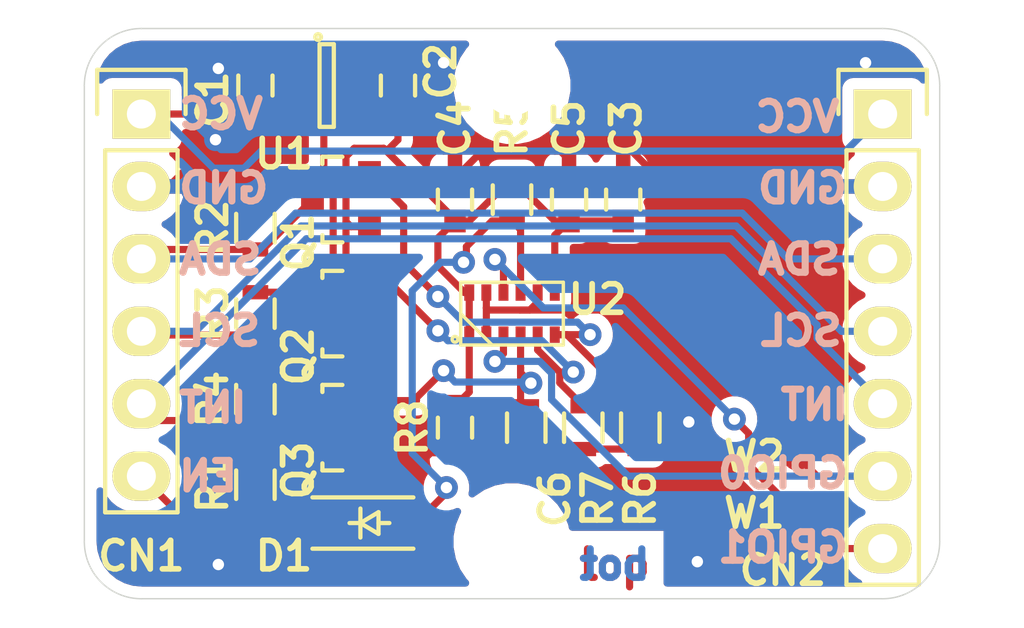
<source format=kicad_pcb>
(kicad_pcb (version 20171130) (host pcbnew 5.1.8-db9833491~87~ubuntu18.04.1)

  (general
    (thickness 1.6)
    (drawings 24)
    (tracks 234)
    (zones 0)
    (modules 27)
    (nets 14)
  )

  (page A4)
  (layers
    (0 F.Cu signal)
    (31 B.Cu signal)
    (32 B.Adhes user)
    (33 F.Adhes user)
    (34 B.Paste user)
    (35 F.Paste user)
    (36 B.SilkS user)
    (37 F.SilkS user)
    (38 B.Mask user)
    (39 F.Mask user)
    (40 Dwgs.User user)
    (41 Cmts.User user)
    (42 Eco1.User user)
    (43 Eco2.User user)
    (44 Edge.Cuts user)
    (45 Margin user)
    (46 B.CrtYd user)
    (47 F.CrtYd user)
    (48 B.Fab user)
    (49 F.Fab user)
  )

  (setup
    (last_trace_width 0.25)
    (trace_clearance 0.2)
    (zone_clearance 0.4)
    (zone_45_only no)
    (trace_min 0.2)
    (via_size 0.8)
    (via_drill 0.4)
    (via_min_size 0.4)
    (via_min_drill 0.3)
    (uvia_size 0.3)
    (uvia_drill 0.1)
    (uvias_allowed no)
    (uvia_min_size 0.2)
    (uvia_min_drill 0.1)
    (edge_width 0.05)
    (segment_width 0.2)
    (pcb_text_width 0.3)
    (pcb_text_size 1.5 1.5)
    (mod_edge_width 0.12)
    (mod_text_size 1 1)
    (mod_text_width 0.15)
    (pad_size 1.524 1.524)
    (pad_drill 0.762)
    (pad_to_mask_clearance 0)
    (aux_axis_origin 0 0)
    (visible_elements FFFDFF7F)
    (pcbplotparams
      (layerselection 0x010fc_ffffffff)
      (usegerberextensions false)
      (usegerberattributes true)
      (usegerberadvancedattributes true)
      (creategerberjobfile true)
      (excludeedgelayer true)
      (linewidth 0.100000)
      (plotframeref false)
      (viasonmask false)
      (mode 1)
      (useauxorigin false)
      (hpglpennumber 1)
      (hpglpenspeed 20)
      (hpglpendiameter 15.000000)
      (psnegative false)
      (psa4output false)
      (plotreference true)
      (plotvalue true)
      (plotinvisibletext false)
      (padsonsilk false)
      (subtractmaskfromsilk false)
      (outputformat 1)
      (mirror false)
      (drillshape 1)
      (scaleselection 1)
      (outputdirectory ""))
  )

  (net 0 "")
  (net 1 VCC)
  (net 2 GND)
  (net 3 +3V3)
  (net 4 /I2C_SDA_5V)
  (net 5 /I2C_SCL_5V)
  (net 6 /INT_5V)
  (net 7 /EN_5V)
  (net 8 /GPIO0)
  (net 9 /GPIO1)
  (net 10 /EN)
  (net 11 /I2C_SDA)
  (net 12 /I2C_SCL)
  (net 13 /INT)

  (net_class Default "This is the default net class."
    (clearance 0.2)
    (trace_width 0.25)
    (via_dia 0.8)
    (via_drill 0.4)
    (uvia_dia 0.3)
    (uvia_drill 0.1)
    (add_net +3V3)
    (add_net /EN)
    (add_net /EN_5V)
    (add_net /GPIO0)
    (add_net /GPIO1)
    (add_net /I2C_SCL)
    (add_net /I2C_SCL_5V)
    (add_net /I2C_SDA)
    (add_net /I2C_SDA_5V)
    (add_net /INT)
    (add_net /INT_5V)
    (add_net GND)
    (add_net VCC)
  )

  (module capacitors:C_0603 (layer F.Cu) (tedit 5415D631) (tstamp 5FBD971C)
    (at 156 108 90)
    (descr "Capacitor SMD 0603, reflow soldering, AVX (see smccp.pdf)")
    (tags "capacitor 0603")
    (path /5FBE6908)
    (attr smd)
    (fp_text reference C1 (at -0.5 -1.5 90) (layer F.SilkS)
      (effects (font (size 1 1) (thickness 0.2)))
    )
    (fp_text value 1uF (at 0 1.9 90) (layer F.Fab)
      (effects (font (size 1 1) (thickness 0.15)))
    )
    (fp_line (start 0.35 0.6) (end -0.35 0.6) (layer F.SilkS) (width 0.15))
    (fp_line (start -0.35 -0.6) (end 0.35 -0.6) (layer F.SilkS) (width 0.15))
    (fp_line (start 1.45 -0.75) (end 1.45 0.75) (layer F.CrtYd) (width 0.05))
    (fp_line (start -1.45 -0.75) (end -1.45 0.75) (layer F.CrtYd) (width 0.05))
    (fp_line (start -1.45 0.75) (end 1.45 0.75) (layer F.CrtYd) (width 0.05))
    (fp_line (start -1.45 -0.75) (end 1.45 -0.75) (layer F.CrtYd) (width 0.05))
    (pad 1 smd rect (at -0.75 0 90) (size 0.8 0.75) (layers F.Cu F.Paste F.Mask)
      (net 1 VCC))
    (pad 2 smd rect (at 0.75 0 90) (size 0.8 0.75) (layers F.Cu F.Paste F.Mask)
      (net 2 GND))
    (model capacitors.3dshapes/C_0603.wrl
      (at (xyz 0 0 0))
      (scale (xyz 1 1 1))
      (rotate (xyz 0 0 0))
    )
  )

  (module capacitors:C_0603 (layer F.Cu) (tedit 5415D631) (tstamp 5FBD9728)
    (at 161 108 90)
    (descr "Capacitor SMD 0603, reflow soldering, AVX (see smccp.pdf)")
    (tags "capacitor 0603")
    (path /5FB96A59)
    (attr smd)
    (fp_text reference C2 (at 0.5 1.5 90) (layer F.SilkS)
      (effects (font (size 1 1) (thickness 0.2)))
    )
    (fp_text value 1uF (at 0 1.9 90) (layer F.Fab)
      (effects (font (size 1 1) (thickness 0.15)))
    )
    (fp_line (start 0.35 0.6) (end -0.35 0.6) (layer F.SilkS) (width 0.15))
    (fp_line (start -0.35 -0.6) (end 0.35 -0.6) (layer F.SilkS) (width 0.15))
    (fp_line (start 1.45 -0.75) (end 1.45 0.75) (layer F.CrtYd) (width 0.05))
    (fp_line (start -1.45 -0.75) (end -1.45 0.75) (layer F.CrtYd) (width 0.05))
    (fp_line (start -1.45 0.75) (end 1.45 0.75) (layer F.CrtYd) (width 0.05))
    (fp_line (start -1.45 -0.75) (end 1.45 -0.75) (layer F.CrtYd) (width 0.05))
    (pad 1 smd rect (at -0.75 0 90) (size 0.8 0.75) (layers F.Cu F.Paste F.Mask)
      (net 3 +3V3))
    (pad 2 smd rect (at 0.75 0 90) (size 0.8 0.75) (layers F.Cu F.Paste F.Mask)
      (net 2 GND))
    (model capacitors.3dshapes/C_0603.wrl
      (at (xyz 0 0 0))
      (scale (xyz 1 1 1))
      (rotate (xyz 0 0 0))
    )
  )

  (module capacitors:C_0603 (layer F.Cu) (tedit 5415D631) (tstamp 5FBD9734)
    (at 168.9 112 90)
    (descr "Capacitor SMD 0603, reflow soldering, AVX (see smccp.pdf)")
    (tags "capacitor 0603")
    (path /5FB9C7D7)
    (attr smd)
    (fp_text reference C3 (at 2.5 0.1 90) (layer F.SilkS)
      (effects (font (size 1 1) (thickness 0.2)))
    )
    (fp_text value 1uF (at 0 1.9 90) (layer F.Fab)
      (effects (font (size 1 1) (thickness 0.15)))
    )
    (fp_line (start -1.45 -0.75) (end 1.45 -0.75) (layer F.CrtYd) (width 0.05))
    (fp_line (start -1.45 0.75) (end 1.45 0.75) (layer F.CrtYd) (width 0.05))
    (fp_line (start -1.45 -0.75) (end -1.45 0.75) (layer F.CrtYd) (width 0.05))
    (fp_line (start 1.45 -0.75) (end 1.45 0.75) (layer F.CrtYd) (width 0.05))
    (fp_line (start -0.35 -0.6) (end 0.35 -0.6) (layer F.SilkS) (width 0.15))
    (fp_line (start 0.35 0.6) (end -0.35 0.6) (layer F.SilkS) (width 0.15))
    (pad 2 smd rect (at 0.75 0 90) (size 0.8 0.75) (layers F.Cu F.Paste F.Mask)
      (net 2 GND))
    (pad 1 smd rect (at -0.75 0 90) (size 0.8 0.75) (layers F.Cu F.Paste F.Mask)
      (net 3 +3V3))
    (model capacitors.3dshapes/C_0603.wrl
      (at (xyz 0 0 0))
      (scale (xyz 1 1 1))
      (rotate (xyz 0 0 0))
    )
  )

  (module capacitors:C_0603 (layer F.Cu) (tedit 5415D631) (tstamp 5FBD9740)
    (at 163 112 90)
    (descr "Capacitor SMD 0603, reflow soldering, AVX (see smccp.pdf)")
    (tags "capacitor 0603")
    (path /5FB719F2)
    (attr smd)
    (fp_text reference C4 (at 2.5 0 90) (layer F.SilkS)
      (effects (font (size 1 1) (thickness 0.2)))
    )
    (fp_text value 100nF (at 0 1.9 90) (layer F.Fab)
      (effects (font (size 1 1) (thickness 0.15)))
    )
    (fp_line (start -1.45 -0.75) (end 1.45 -0.75) (layer F.CrtYd) (width 0.05))
    (fp_line (start -1.45 0.75) (end 1.45 0.75) (layer F.CrtYd) (width 0.05))
    (fp_line (start -1.45 -0.75) (end -1.45 0.75) (layer F.CrtYd) (width 0.05))
    (fp_line (start 1.45 -0.75) (end 1.45 0.75) (layer F.CrtYd) (width 0.05))
    (fp_line (start -0.35 -0.6) (end 0.35 -0.6) (layer F.SilkS) (width 0.15))
    (fp_line (start 0.35 0.6) (end -0.35 0.6) (layer F.SilkS) (width 0.15))
    (pad 2 smd rect (at 0.75 0 90) (size 0.8 0.75) (layers F.Cu F.Paste F.Mask)
      (net 2 GND))
    (pad 1 smd rect (at -0.75 0 90) (size 0.8 0.75) (layers F.Cu F.Paste F.Mask)
      (net 3 +3V3))
    (model capacitors.3dshapes/C_0603.wrl
      (at (xyz 0 0 0))
      (scale (xyz 1 1 1))
      (rotate (xyz 0 0 0))
    )
  )

  (module capacitors:C_0603 (layer F.Cu) (tedit 5415D631) (tstamp 5FBD974C)
    (at 167 112 90)
    (descr "Capacitor SMD 0603, reflow soldering, AVX (see smccp.pdf)")
    (tags "capacitor 0603")
    (path /5FB72FFA)
    (attr smd)
    (fp_text reference C5 (at 2.5 0 90) (layer F.SilkS)
      (effects (font (size 1 1) (thickness 0.2)))
    )
    (fp_text value 100nF (at 0 1.9 90) (layer F.Fab)
      (effects (font (size 1 1) (thickness 0.15)))
    )
    (fp_line (start 0.35 0.6) (end -0.35 0.6) (layer F.SilkS) (width 0.15))
    (fp_line (start -0.35 -0.6) (end 0.35 -0.6) (layer F.SilkS) (width 0.15))
    (fp_line (start 1.45 -0.75) (end 1.45 0.75) (layer F.CrtYd) (width 0.05))
    (fp_line (start -1.45 -0.75) (end -1.45 0.75) (layer F.CrtYd) (width 0.05))
    (fp_line (start -1.45 0.75) (end 1.45 0.75) (layer F.CrtYd) (width 0.05))
    (fp_line (start -1.45 -0.75) (end 1.45 -0.75) (layer F.CrtYd) (width 0.05))
    (pad 1 smd rect (at -0.75 0 90) (size 0.8 0.75) (layers F.Cu F.Paste F.Mask)
      (net 3 +3V3))
    (pad 2 smd rect (at 0.75 0 90) (size 0.8 0.75) (layers F.Cu F.Paste F.Mask)
      (net 2 GND))
    (model capacitors.3dshapes/C_0603.wrl
      (at (xyz 0 0 0))
      (scale (xyz 1 1 1))
      (rotate (xyz 0 0 0))
    )
  )

  (module capacitors:C_0603 (layer F.Cu) (tedit 5415D631) (tstamp 5FBD9758)
    (at 163 120 270)
    (descr "Capacitor SMD 0603, reflow soldering, AVX (see smccp.pdf)")
    (tags "capacitor 0603")
    (path /5FB74181)
    (attr smd)
    (fp_text reference C6 (at 2.5 -3.5 90) (layer F.SilkS)
      (effects (font (size 1 1) (thickness 0.2)))
    )
    (fp_text value 100nF (at 0 1.9 90) (layer F.Fab)
      (effects (font (size 1 1) (thickness 0.15)))
    )
    (fp_line (start -1.45 -0.75) (end 1.45 -0.75) (layer F.CrtYd) (width 0.05))
    (fp_line (start -1.45 0.75) (end 1.45 0.75) (layer F.CrtYd) (width 0.05))
    (fp_line (start -1.45 -0.75) (end -1.45 0.75) (layer F.CrtYd) (width 0.05))
    (fp_line (start 1.45 -0.75) (end 1.45 0.75) (layer F.CrtYd) (width 0.05))
    (fp_line (start -0.35 -0.6) (end 0.35 -0.6) (layer F.SilkS) (width 0.15))
    (fp_line (start 0.35 0.6) (end -0.35 0.6) (layer F.SilkS) (width 0.15))
    (pad 2 smd rect (at 0.75 0 270) (size 0.8 0.75) (layers F.Cu F.Paste F.Mask)
      (net 2 GND))
    (pad 1 smd rect (at -0.75 0 270) (size 0.8 0.75) (layers F.Cu F.Paste F.Mask)
      (net 3 +3V3))
    (model capacitors.3dshapes/C_0603.wrl
      (at (xyz 0 0 0))
      (scale (xyz 1 1 1))
      (rotate (xyz 0 0 0))
    )
  )

  (module pin_headers:Pin_Header_Straight_1x06 (layer F.Cu) (tedit 0) (tstamp 5FBD976D)
    (at 152 109)
    (descr "Through hole pin header")
    (tags "pin header")
    (path /5FC4997F)
    (fp_text reference CN1 (at 0 15.5) (layer F.SilkS)
      (effects (font (size 1 1) (thickness 0.2)))
    )
    (fp_text value CONN_01X06 (at 0 -3.1) (layer F.Fab)
      (effects (font (size 1 1) (thickness 0.15)))
    )
    (fp_line (start -1.55 -1.55) (end 1.55 -1.55) (layer F.SilkS) (width 0.15))
    (fp_line (start -1.55 0) (end -1.55 -1.55) (layer F.SilkS) (width 0.15))
    (fp_line (start 1.27 1.27) (end -1.27 1.27) (layer F.SilkS) (width 0.15))
    (fp_line (start 1.55 -1.55) (end 1.55 0) (layer F.SilkS) (width 0.15))
    (fp_line (start -1.27 13.97) (end -1.27 1.27) (layer F.SilkS) (width 0.15))
    (fp_line (start 1.27 13.97) (end -1.27 13.97) (layer F.SilkS) (width 0.15))
    (fp_line (start 1.27 1.27) (end 1.27 13.97) (layer F.SilkS) (width 0.15))
    (fp_line (start -1.75 14.45) (end 1.75 14.45) (layer F.CrtYd) (width 0.05))
    (fp_line (start -1.75 -1.75) (end 1.75 -1.75) (layer F.CrtYd) (width 0.05))
    (fp_line (start 1.75 -1.75) (end 1.75 14.45) (layer F.CrtYd) (width 0.05))
    (fp_line (start -1.75 -1.75) (end -1.75 14.45) (layer F.CrtYd) (width 0.05))
    (pad 1 thru_hole rect (at 0 0) (size 2.032 1.7272) (drill 1.016) (layers *.Cu *.Mask F.SilkS)
      (net 1 VCC))
    (pad 2 thru_hole oval (at 0 2.54) (size 2.032 1.7272) (drill 1.016) (layers *.Cu *.Mask F.SilkS)
      (net 2 GND))
    (pad 3 thru_hole oval (at 0 5.08) (size 2.032 1.7272) (drill 1.016) (layers *.Cu *.Mask F.SilkS)
      (net 4 /I2C_SDA_5V))
    (pad 4 thru_hole oval (at 0 7.62) (size 2.032 1.7272) (drill 1.016) (layers *.Cu *.Mask F.SilkS)
      (net 5 /I2C_SCL_5V))
    (pad 5 thru_hole oval (at 0 10.16) (size 2.032 1.7272) (drill 1.016) (layers *.Cu *.Mask F.SilkS)
      (net 6 /INT_5V))
    (pad 6 thru_hole oval (at 0 12.7) (size 2.032 1.7272) (drill 1.016) (layers *.Cu *.Mask F.SilkS)
      (net 7 /EN_5V))
    (model Pin_Headers.3dshapes/Pin_Header_Straight_1x06.wrl
      (offset (xyz 0 -6.349999904632568 0))
      (scale (xyz 1 1 1))
      (rotate (xyz 0 0 90))
    )
  )

  (module pin_headers:Pin_Header_Straight_1x07 (layer F.Cu) (tedit 0) (tstamp 5FBD9783)
    (at 178 109)
    (descr "Through hole pin header")
    (tags "pin header")
    (path /5FC4AA88)
    (fp_text reference CN2 (at -3.5 16) (layer F.SilkS)
      (effects (font (size 1 1) (thickness 0.2)))
    )
    (fp_text value CONN_01X07 (at 0 -3.1) (layer F.Fab)
      (effects (font (size 1 1) (thickness 0.15)))
    )
    (fp_line (start -1.55 -1.55) (end 1.55 -1.55) (layer F.SilkS) (width 0.15))
    (fp_line (start -1.55 0) (end -1.55 -1.55) (layer F.SilkS) (width 0.15))
    (fp_line (start 1.27 1.27) (end -1.27 1.27) (layer F.SilkS) (width 0.15))
    (fp_line (start 1.55 -1.55) (end 1.55 0) (layer F.SilkS) (width 0.15))
    (fp_line (start -1.27 16.51) (end -1.27 1.27) (layer F.SilkS) (width 0.15))
    (fp_line (start 1.27 16.51) (end -1.27 16.51) (layer F.SilkS) (width 0.15))
    (fp_line (start 1.27 1.27) (end 1.27 16.51) (layer F.SilkS) (width 0.15))
    (fp_line (start -1.75 17) (end 1.75 17) (layer F.CrtYd) (width 0.05))
    (fp_line (start -1.75 -1.75) (end 1.75 -1.75) (layer F.CrtYd) (width 0.05))
    (fp_line (start 1.75 -1.75) (end 1.75 17) (layer F.CrtYd) (width 0.05))
    (fp_line (start -1.75 -1.75) (end -1.75 17) (layer F.CrtYd) (width 0.05))
    (pad 1 thru_hole rect (at 0 0) (size 2.032 1.7272) (drill 1.016) (layers *.Cu *.Mask F.SilkS)
      (net 1 VCC))
    (pad 2 thru_hole oval (at 0 2.54) (size 2.032 1.7272) (drill 1.016) (layers *.Cu *.Mask F.SilkS)
      (net 2 GND))
    (pad 3 thru_hole oval (at 0 5.08) (size 2.032 1.7272) (drill 1.016) (layers *.Cu *.Mask F.SilkS)
      (net 4 /I2C_SDA_5V))
    (pad 4 thru_hole oval (at 0 7.62) (size 2.032 1.7272) (drill 1.016) (layers *.Cu *.Mask F.SilkS)
      (net 5 /I2C_SCL_5V))
    (pad 5 thru_hole oval (at 0 10.16) (size 2.032 1.7272) (drill 1.016) (layers *.Cu *.Mask F.SilkS)
      (net 6 /INT_5V))
    (pad 6 thru_hole oval (at 0 12.7) (size 2.032 1.7272) (drill 1.016) (layers *.Cu *.Mask F.SilkS)
      (net 8 /GPIO0))
    (pad 7 thru_hole oval (at 0 15.24) (size 2.032 1.7272) (drill 1.016) (layers *.Cu *.Mask F.SilkS)
      (net 9 /GPIO1))
    (model Pin_Headers.3dshapes/Pin_Header_Straight_1x07.wrl
      (offset (xyz 0 -7.619999885559082 0))
      (scale (xyz 1 1 1))
      (rotate (xyz 0 0 90))
    )
  )

  (module diodes:SOD-123 (layer F.Cu) (tedit 5530FCB9) (tstamp 5FBD9795)
    (at 160 123.345001)
    (descr SOD-123)
    (tags SOD-123)
    (path /5FC39161)
    (attr smd)
    (fp_text reference D1 (at -3 1.154999) (layer F.SilkS)
      (effects (font (size 1 1) (thickness 0.2)))
    )
    (fp_text value 1N4148W (at 0 2.1) (layer F.Fab)
      (effects (font (size 1 1) (thickness 0.15)))
    )
    (fp_line (start -2 -0.9) (end 1.54 -0.9) (layer F.SilkS) (width 0.15))
    (fp_line (start -2 0.9) (end 1.54 0.9) (layer F.SilkS) (width 0.15))
    (fp_line (start -2.25 -1.05) (end -2.25 1.05) (layer F.CrtYd) (width 0.05))
    (fp_line (start 2.25 1.05) (end -2.25 1.05) (layer F.CrtYd) (width 0.05))
    (fp_line (start 2.25 -1.05) (end 2.25 1.05) (layer F.CrtYd) (width 0.05))
    (fp_line (start -2.25 -1.05) (end 2.25 -1.05) (layer F.CrtYd) (width 0.05))
    (fp_line (start -0.3175 -0.508) (end -0.3175 0.508) (layer F.SilkS) (width 0.15))
    (fp_line (start 0.3175 0.381) (end -0.3175 0) (layer F.SilkS) (width 0.15))
    (fp_line (start 0.3175 -0.381) (end 0.3175 0.381) (layer F.SilkS) (width 0.15))
    (fp_line (start -0.3175 0) (end 0.3175 -0.381) (layer F.SilkS) (width 0.15))
    (fp_line (start -0.6985 0) (end -0.3175 0) (layer F.SilkS) (width 0.15))
    (fp_line (start 0.3175 0) (end 0.6985 0) (layer F.SilkS) (width 0.15))
    (pad 1 smd rect (at -1.635 0) (size 0.91 1.22) (layers F.Cu F.Paste F.Mask)
      (net 7 /EN_5V))
    (pad 2 smd rect (at 1.635 0) (size 0.91 1.22) (layers F.Cu F.Paste F.Mask)
      (net 10 /EN))
    (model diodes.3dshapes/SOD-123.wrl
      (at (xyz 0 0 0))
      (scale (xyz 1 1 1))
      (rotate (xyz 0 0 0))
    )
  )

  (module labels:generationmake_small_solder (layer F.Cu) (tedit 0) (tstamp 5FBD97A7)
    (at 177.2 113 90)
    (path /5FBD7BD8)
    (fp_text reference L1 (at 0 0 90) (layer F.SilkS) hide
      (effects (font (size 1 1) (thickness 0.2)))
    )
    (fp_text value Label (at 0.75 0 90) (layer F.SilkS) hide
      (effects (font (size 1.524 1.524) (thickness 0.3)))
    )
    (fp_poly (pts (xy 6.096 -1.7526) (xy -6.0579 -1.7526) (xy -6.0579 -3.4544) (xy -6.0071 -3.4544)
      (xy -6.0071 -1.8034) (xy 1.8669 -1.8034) (xy 1.8669 -2.9845) (xy 1.9939 -2.9845)
      (xy 1.9939 -2.2352) (xy 2.2606 -2.2352) (xy 2.26067 -2.447925) (xy 2.261481 -2.522761)
      (xy 2.263674 -2.592164) (xy 2.26697 -2.650643) (xy 2.271087 -2.692705) (xy 2.274 -2.708396)
      (xy 2.297504 -2.755365) (xy 2.33456 -2.784397) (xy 2.380628 -2.792037) (xy 2.38351 -2.791748)
      (xy 2.406427 -2.78624) (xy 2.424203 -2.77368) (xy 2.437555 -2.751146) (xy 2.4472 -2.715716)
      (xy 2.453856 -2.664468) (xy 2.45824 -2.594479) (xy 2.46107 -2.502827) (xy 2.461673 -2.473325)
      (xy 2.466179 -2.2352) (xy 2.7178 -2.2352) (xy 2.718055 -2.403475) (xy 2.720134 -2.519882)
      (xy 2.72634 -2.612992) (xy 2.737211 -2.684655) (xy 2.753288 -2.736722) (xy 2.775108 -2.77104)
      (xy 2.803212 -2.789461) (xy 2.831886 -2.794) (xy 2.861969 -2.789664) (xy 2.885782 -2.775077)
      (xy 2.903972 -2.747875) (xy 2.917187 -2.705692) (xy 2.926074 -2.646162) (xy 2.931282 -2.56692)
      (xy 2.933459 -2.465601) (xy 2.933626 -2.422525) (xy 2.9337 -2.2352) (xy 3.1877 -2.2352)
      (xy 3.1877 -2.45745) (xy 3.334296 -2.45745) (xy 3.344083 -2.374604) (xy 3.372106 -2.308754)
      (xy 3.417859 -2.260581) (xy 3.480833 -2.230766) (xy 3.508 -2.224591) (xy 3.570721 -2.220124)
      (xy 3.636001 -2.225925) (xy 3.6943 -2.240533) (xy 3.731352 -2.258858) (xy 3.76127 -2.282429)
      (xy 3.783511 -2.30375) (xy 3.784107 -2.304458) (xy 3.801643 -2.320875) (xy 3.815833 -2.318494)
      (xy 3.831519 -2.295134) (xy 3.839192 -2.27965) (xy 3.860389 -2.2352) (xy 4.053749 -2.2352)
      (xy 4.2291 -2.2352) (xy 4.4958 -2.2352) (xy 4.496019 -2.339975) (xy 4.496538 -2.391698)
      (xy 4.499143 -2.424529) (xy 4.505805 -2.444977) (xy 4.518494 -2.45955) (xy 4.536194 -2.472671)
      (xy 4.576149 -2.500591) (xy 4.657586 -2.367896) (xy 4.739023 -2.2352) (xy 4.884111 -2.2352)
      (xy 4.941407 -2.235867) (xy 4.988029 -2.237678) (xy 5.018948 -2.240352) (xy 5.0292 -2.243354)
      (xy 5.022626 -2.256068) (xy 5.004313 -2.286675) (xy 4.976368 -2.331776) (xy 4.9409 -2.387972)
      (xy 4.900017 -2.451865) (xy 4.895357 -2.459098) (xy 4.808521 -2.593781) (xy 5.106355 -2.593781)
      (xy 5.114765 -2.507964) (xy 5.124324 -2.468184) (xy 5.161361 -2.382674) (xy 5.216325 -2.315151)
      (xy 5.289182 -2.265642) (xy 5.379897 -2.234174) (xy 5.431 -2.22533) (xy 5.502521 -2.221029)
      (xy 5.581395 -2.223707) (xy 5.65765 -2.232523) (xy 5.721316 -2.246636) (xy 5.73405 -2.250877)
      (xy 5.78485 -2.269421) (xy 5.788581 -2.360261) (xy 5.789581 -2.411148) (xy 5.785079 -2.44012)
      (xy 5.771583 -2.450581) (xy 5.745601 -2.445934) (xy 5.713375 -2.433584) (xy 5.654411 -2.416356)
      (xy 5.586396 -2.406782) (xy 5.520657 -2.405866) (xy 5.475457 -2.412527) (xy 5.430699 -2.432932)
      (xy 5.394863 -2.464439) (xy 5.374485 -2.500484) (xy 5.3721 -2.516313) (xy 5.373556 -2.524747)
      (xy 5.380214 -2.530905) (xy 5.395506 -2.535143) (xy 5.422864 -2.537815) (xy 5.465721 -2.539278)
      (xy 5.527508 -2.539888) (xy 5.6007 -2.54) (xy 5.8293 -2.54) (xy 5.8293 -2.641343)
      (xy 5.820822 -2.744032) (xy 5.795058 -2.828641) (xy 5.75151 -2.896153) (xy 5.68968 -2.947546)
      (xy 5.667713 -2.959855) (xy 5.635233 -2.974674) (xy 5.603308 -2.983928) (xy 5.564433 -2.988857)
      (xy 5.511106 -2.990698) (xy 5.48005 -2.99085) (xy 5.392355 -2.987035) (xy 5.323174 -2.974251)
      (xy 5.266592 -2.950489) (xy 5.216693 -2.913743) (xy 5.197132 -2.894806) (xy 5.157992 -2.838875)
      (xy 5.129076 -2.765731) (xy 5.111495 -2.681868) (xy 5.106355 -2.593781) (xy 4.808521 -2.593781)
      (xy 4.761515 -2.666687) (xy 4.888409 -2.822419) (xy 5.015303 -2.97815) (xy 4.873026 -2.981843)
      (xy 4.823069 -2.983664) (xy 4.785545 -2.984514) (xy 4.756663 -2.981945) (xy 4.732635 -2.97351)
      (xy 4.709673 -2.956762) (xy 4.683986 -2.929253) (xy 4.651786 -2.888536) (xy 4.609284 -2.832164)
      (xy 4.578758 -2.791776) (xy 4.485351 -2.668902) (xy 4.4874 -2.969576) (xy 4.48945 -3.27025)
      (xy 4.359275 -3.27387) (xy 4.2291 -3.277489) (xy 4.2291 -2.2352) (xy 4.053749 -2.2352)
      (xy 4.048439 -2.517775) (xy 4.04622 -2.61637) (xy 4.043554 -2.692864) (xy 4.040183 -2.750557)
      (xy 4.035847 -2.792747) (xy 4.030288 -2.822734) (xy 4.023248 -2.843816) (xy 4.022804 -2.8448)
      (xy 3.985359 -2.906727) (xy 3.935997 -2.951601) (xy 3.871897 -2.980831) (xy 3.79024 -2.995828)
      (xy 3.714999 -2.998576) (xy 3.618284 -2.992323) (xy 3.526546 -2.976404) (xy 3.449465 -2.952516)
      (xy 3.447503 -2.951704) (xy 3.404906 -2.933906) (xy 3.437019 -2.860778) (xy 3.4554 -2.820785)
      (xy 3.470945 -2.790236) (xy 3.479148 -2.777253) (xy 3.495282 -2.7757) (xy 3.528761 -2.78111)
      (xy 3.572864 -2.792329) (xy 3.580748 -2.794674) (xy 3.651634 -2.811421) (xy 3.705119 -2.81244)
      (xy 3.744085 -2.797293) (xy 3.771299 -2.765746) (xy 3.782532 -2.739925) (xy 3.783153 -2.724825)
      (xy 3.783063 -2.724731) (xy 3.76809 -2.720534) (xy 3.733638 -2.715084) (xy 3.685543 -2.709222)
      (xy 3.651627 -2.705768) (xy 3.546679 -2.690062) (xy 3.464233 -2.664361) (xy 3.403049 -2.627696)
      (xy 3.361888 -2.579095) (xy 3.339507 -2.517588) (xy 3.334296 -2.45745) (xy 3.1877 -2.45745)
      (xy 3.1877 -2.512338) (xy 3.187084 -2.620546) (xy 3.184807 -2.706727) (xy 3.180225 -2.774232)
      (xy 3.172696 -2.826415) (xy 3.161576 -2.866627) (xy 3.146221 -2.898221) (xy 3.125988 -2.924548)
      (xy 3.104622 -2.94516) (xy 3.049449 -2.978046) (xy 2.981214 -2.995386) (xy 2.906989 -2.997119)
      (xy 2.833849 -2.983181) (xy 2.768864 -2.953512) (xy 2.760925 -2.948173) (xy 2.723042 -2.922591)
      (xy 2.699118 -2.911183) (xy 2.682927 -2.912703) (xy 2.668242 -2.925904) (xy 2.665559 -2.929086)
      (xy 2.62499 -2.960948) (xy 2.568952 -2.982358) (xy 2.503527 -2.993425) (xy 2.434795 -2.994254)
      (xy 2.368837 -2.984952) (xy 2.311732 -2.965626) (xy 2.26956 -2.936384) (xy 2.258232 -2.921929)
      (xy 2.241193 -2.900252) (xy 2.228058 -2.900546) (xy 2.215407 -2.924091) (xy 2.2098 -2.94005)
      (xy 2.19513 -2.9845) (xy 1.9939 -2.9845) (xy 1.8669 -2.9845) (xy 1.8669 -3.4544)
      (xy -6.0071 -3.4544) (xy -6.0579 -3.4544) (xy -6.0579 -3.5179) (xy 6.096 -3.5179)
      (xy 6.096 -1.7526)) (layer F.Mask) (width 0.01))
    (fp_poly (pts (xy -5.48302 -2.993755) (xy -5.400753 -2.991025) (xy -5.381625 -2.990337) (xy -5.1308 -2.981262)
      (xy -5.1308 -2.921414) (xy -5.132005 -2.884752) (xy -5.139486 -2.86476) (xy -5.159049 -2.852709)
      (xy -5.181791 -2.844738) (xy -5.213787 -2.83205) (xy -5.226151 -2.819182) (xy -5.224325 -2.80143)
      (xy -5.216234 -2.742721) (xy -5.223752 -2.677117) (xy -5.245436 -2.616544) (xy -5.247122 -2.613391)
      (xy -5.291375 -2.558813) (xy -5.356631 -2.518126) (xy -5.442508 -2.491514) (xy -5.521597 -2.480795)
      (xy -5.57364 -2.476054) (xy -5.605149 -2.470723) (xy -5.620976 -2.463346) (xy -5.625973 -2.452469)
      (xy -5.6261 -2.44946) (xy -5.623545 -2.436526) (xy -5.61335 -2.427115) (xy -5.591719 -2.420356)
      (xy -5.554858 -2.415376) (xy -5.498973 -2.411304) (xy -5.4483 -2.408615) (xy -5.381358 -2.403052)
      (xy -5.321626 -2.393924) (xy -5.277675 -2.382583) (xy -5.273837 -2.381125) (xy -5.209042 -2.343714)
      (xy -5.165107 -2.293037) (xy -5.14278 -2.231336) (xy -5.142805 -2.160853) (xy -5.16593 -2.083831)
      (xy -5.171157 -2.072438) (xy -5.211973 -2.015852) (xy -5.273899 -1.969998) (xy -5.354605 -1.935821)
      (xy -5.451763 -1.914262) (xy -5.563044 -1.906266) (xy -5.581376 -1.9063) (xy -5.637767 -1.907974)
      (xy -5.688721 -1.911309) (xy -5.725773 -1.915688) (xy -5.73405 -1.917395) (xy -5.813127 -1.945897)
      (xy -5.869651 -1.985331) (xy -5.904346 -2.036459) (xy -5.917936 -2.100043) (xy -5.9182 -2.11152)
      (xy -5.916095 -2.120666) (xy -5.697961 -2.120666) (xy -5.682461 -2.095873) (xy -5.644568 -2.076098)
      (xy -5.58293 -2.060278) (xy -5.574458 -2.0587) (xy -5.559063 -2.060125) (xy -5.526405 -2.065143)
      (xy -5.491908 -2.071167) (xy -5.441839 -2.084856) (xy -5.39903 -2.104708) (xy -5.369546 -2.127225)
      (xy -5.3594 -2.147607) (xy -5.371643 -2.170154) (xy -5.407185 -2.187888) (xy -5.46425 -2.200033)
      (xy -5.484827 -2.202423) (xy -5.566001 -2.205133) (xy -5.629412 -2.195951) (xy -5.673145 -2.175348)
      (xy -5.692417 -2.15154) (xy -5.697961 -2.120666) (xy -5.916095 -2.120666) (xy -5.907609 -2.15753)
      (xy -5.880181 -2.204503) (xy -5.842439 -2.243425) (xy -5.808706 -2.262888) (xy -5.776036 -2.277889)
      (xy -5.767655 -2.291731) (xy -5.782675 -2.306609) (xy -5.789459 -2.310468) (xy -5.810944 -2.330851)
      (xy -5.829099 -2.361715) (xy -5.836769 -2.409982) (xy -5.820303 -2.455178) (xy -5.780965 -2.493889)
      (xy -5.779953 -2.494574) (xy -5.743813 -2.518864) (xy -5.791587 -2.564357) (xy -5.838104 -2.624357)
      (xy -5.860994 -2.693445) (xy -5.860591 -2.743632) (xy -5.6134 -2.743632) (xy -5.606087 -2.686093)
      (xy -5.584784 -2.647734) (xy -5.550445 -2.62999) (xy -5.5372 -2.6289) (xy -5.498246 -2.640085)
      (xy -5.480771 -2.657126) (xy -5.464843 -2.697075) (xy -5.461725 -2.745935) (xy -5.470287 -2.7945)
      (xy -5.489399 -2.833563) (xy -5.504177 -2.847781) (xy -5.537983 -2.858162) (xy -5.56961 -2.846956)
      (xy -5.595122 -2.817915) (xy -5.610584 -2.774791) (xy -5.6134 -2.743632) (xy -5.860591 -2.743632)
      (xy -5.860363 -2.771985) (xy -5.857034 -2.790782) (xy -5.832241 -2.864943) (xy -5.790864 -2.920859)
      (xy -5.73056 -2.961316) (xy -5.70434 -2.972418) (xy -5.678213 -2.981668) (xy -5.653557 -2.988319)
      (xy -5.626041 -2.992613) (xy -5.591333 -2.99479) (xy -5.545104 -2.995091) (xy -5.48302 -2.993755)) (layer F.Mask) (width 0.01))
    (fp_poly (pts (xy -4.637032 -2.994671) (xy -4.542008 -2.981641) (xy -4.465281 -2.953638) (xy -4.40542 -2.909119)
      (xy -4.360996 -2.846541) (xy -4.330579 -2.76436) (xy -4.312739 -2.661034) (xy -4.310985 -2.642766)
      (xy -4.302021 -2.54) (xy -4.538611 -2.54) (xy -4.621608 -2.539858) (xy -4.682581 -2.539204)
      (xy -4.724904 -2.537701) (xy -4.751953 -2.535012) (xy -4.767102 -2.530798) (xy -4.773726 -2.524722)
      (xy -4.7752 -2.516445) (xy -4.7752 -2.516313) (xy -4.764083 -2.481203) (xy -4.735205 -2.446493)
      (xy -4.695283 -2.419376) (xy -4.678273 -2.412447) (xy -4.628852 -2.404346) (xy -4.565171 -2.40546)
      (xy -4.496337 -2.415042) (xy -4.431458 -2.43235) (xy -4.430423 -2.432713) (xy -4.395794 -2.44405)
      (xy -4.371192 -2.450521) (xy -4.366647 -2.4511) (xy -4.361442 -2.439486) (xy -4.358548 -2.40886)
      (xy -4.358516 -2.365552) (xy -4.358719 -2.360079) (xy -4.36245 -2.269058) (xy -4.42595 -2.246764)
      (xy -4.485693 -2.232777) (xy -4.56096 -2.225198) (xy -4.642697 -2.224025) (xy -4.721849 -2.229258)
      (xy -4.789363 -2.240897) (xy -4.809482 -2.246793) (xy -4.891694 -2.285827) (xy -4.955164 -2.340958)
      (xy -5.000575 -2.413134) (xy -5.028608 -2.503301) (xy -5.037017 -2.562515) (xy -5.037512 -2.67324)
      (xy -5.028855 -2.715685) (xy -4.770834 -2.715685) (xy -4.761038 -2.709709) (xy -4.736585 -2.706484)
      (xy -4.693241 -2.705231) (xy -4.6609 -2.7051) (xy -4.605736 -2.705619) (xy -4.571725 -2.707695)
      (xy -4.554631 -2.712105) (xy -4.550219 -2.719629) (xy -4.551592 -2.725189) (xy -4.558445 -2.749385)
      (xy -4.5593 -2.756939) (xy -4.570618 -2.78176) (xy -4.599201 -2.803533) (xy -4.636995 -2.817188)
      (xy -4.658506 -2.8194) (xy -4.696922 -2.812596) (xy -4.732337 -2.795486) (xy -4.75657 -2.773022)
      (xy -4.7625 -2.756444) (xy -4.76667 -2.735666) (xy -4.770209 -2.725189) (xy -4.770834 -2.715685)
      (xy -5.028855 -2.715685) (xy -5.017861 -2.769588) (xy -4.979127 -2.850411) (xy -4.922377 -2.914558)
      (xy -4.848673 -2.960878) (xy -4.75908 -2.988222) (xy -4.654664 -2.995439) (xy -4.637032 -2.994671)) (layer F.Mask) (width 0.01))
    (fp_poly (pts (xy -2.839338 -2.994891) (xy -2.758127 -2.978438) (xy -2.741335 -2.972609) (xy -2.669986 -2.937208)
      (xy -2.616205 -2.890011) (xy -2.578236 -2.82818) (xy -2.554323 -2.748873) (xy -2.542846 -2.651705)
      (xy -2.536477 -2.54) (xy -2.773189 -2.54) (xy -2.847572 -2.539614) (xy -2.912373 -2.538537)
      (xy -2.963652 -2.536897) (xy -2.997473 -2.534821) (xy -3.009897 -2.532436) (xy -3.0099 -2.532395)
      (xy -3.004938 -2.51694) (xy -2.992714 -2.488649) (xy -2.989872 -2.482582) (xy -2.956114 -2.439944)
      (xy -2.903573 -2.413705) (xy -2.833131 -2.404185) (xy -2.781356 -2.406766) (xy -2.730287 -2.414263)
      (xy -2.682857 -2.424688) (xy -2.655925 -2.433311) (xy -2.6245 -2.445129) (xy -2.60314 -2.450968)
      (xy -2.601393 -2.4511) (xy -2.596189 -2.439479) (xy -2.593273 -2.40881) (xy -2.593189 -2.365386)
      (xy -2.593419 -2.359025) (xy -2.59715 -2.26695) (xy -2.66065 -2.245281) (xy -2.722472 -2.23124)
      (xy -2.799172 -2.224055) (xy -2.881238 -2.223713) (xy -2.959155 -2.2302) (xy -3.023408 -2.243502)
      (xy -3.030575 -2.245839) (xy -3.096562 -2.272643) (xy -3.14488 -2.302961) (xy -3.18321 -2.341885)
      (xy -3.19129 -2.352414) (xy -3.234287 -2.430719) (xy -3.259607 -2.521345) (xy -3.2672 -2.618329)
      (xy -3.258126 -2.7051) (xy -2.999954 -2.7051) (xy -2.890627 -2.7051) (xy -2.837565 -2.705627)
      (xy -2.805011 -2.707913) (xy -2.788081 -2.713016) (xy -2.781894 -2.721993) (xy -2.7813 -2.728788)
      (xy -2.788857 -2.754964) (xy -2.807088 -2.785254) (xy -2.807622 -2.785938) (xy -2.843052 -2.813128)
      (xy -2.885921 -2.82112) (xy -2.929283 -2.811647) (xy -2.966189 -2.786443) (xy -2.989691 -2.74724)
      (xy -2.991686 -2.740025) (xy -2.999954 -2.7051) (xy -3.258126 -2.7051) (xy -3.257017 -2.715704)
      (xy -3.229008 -2.807507) (xy -3.19557 -2.870182) (xy -3.149467 -2.918549) (xy -3.085242 -2.956454)
      (xy -3.008445 -2.982647) (xy -2.924627 -2.995877) (xy -2.839338 -2.994891)) (layer F.Mask) (width 0.01))
    (fp_poly (pts (xy -1.279707 -2.98635) (xy -1.21153 -2.967663) (xy -1.159326 -2.937068) (xy -1.119036 -2.892634)
      (xy -1.10506 -2.870041) (xy -1.094778 -2.850828) (xy -1.086921 -2.832236) (xy -1.081105 -2.810559)
      (xy -1.076943 -2.782089) (xy -1.074052 -2.74312) (xy -1.072045 -2.689944) (xy -1.070538 -2.618855)
      (xy -1.069145 -2.526146) (xy -1.069117 -2.524125) (xy -1.065084 -2.2352) (xy -1.159651 -2.2352)
      (xy -1.208104 -2.235639) (xy -1.237456 -2.238414) (xy -1.254003 -2.245712) (xy -1.264046 -2.259721)
      (xy -1.270113 -2.273573) (xy -1.286775 -2.306881) (xy -1.303233 -2.317043) (xy -1.325576 -2.30552)
      (xy -1.342148 -2.290874) (xy -1.378179 -2.262855) (xy -1.416747 -2.240769) (xy -1.418818 -2.239867)
      (xy -1.462839 -2.228694) (xy -1.520398 -2.223818) (xy -1.580895 -2.225212) (xy -1.633727 -2.232851)
      (xy -1.65735 -2.240428) (xy -1.714193 -2.277313) (xy -1.752671 -2.329951) (xy -1.77351 -2.399682)
      (xy -1.778 -2.462749) (xy -1.775766 -2.479383) (xy -1.511106 -2.479383) (xy -1.50174 -2.435052)
      (xy -1.47628 -2.408866) (xy -1.437793 -2.402295) (xy -1.389343 -2.416807) (xy -1.385047 -2.418965)
      (xy -1.352671 -2.44818) (xy -1.329611 -2.492848) (xy -1.320801 -2.543404) (xy -1.3208 -2.543511)
      (xy -1.323548 -2.558244) (xy -1.336005 -2.564522) (xy -1.364496 -2.564269) (xy -1.383579 -2.5626)
      (xy -1.446283 -2.550052) (xy -1.488745 -2.527004) (xy -1.509347 -2.494513) (xy -1.511106 -2.479383)
      (xy -1.775766 -2.479383) (xy -1.768082 -2.536567) (xy -1.737287 -2.597059) (xy -1.688681 -2.644031)
      (xy -1.646427 -2.666298) (xy -1.587945 -2.685484) (xy -1.522397 -2.699202) (xy -1.458944 -2.705065)
      (xy -1.45415 -2.705123) (xy -1.390532 -2.708822) (xy -1.35064 -2.719582) (xy -1.333619 -2.738061)
      (xy -1.338617 -2.764917) (xy -1.351147 -2.784432) (xy -1.383079 -2.807916) (xy -1.431465 -2.814909)
      (xy -1.497507 -2.805477) (xy -1.537348 -2.794675) (xy -1.581567 -2.781982) (xy -1.615268 -2.773697)
      (xy -1.632135 -2.771342) (xy -1.632868 -2.771635) (xy -1.639985 -2.784755) (xy -1.654069 -2.814515)
      (xy -1.670622 -2.851225) (xy -1.688042 -2.892349) (xy -1.69531 -2.916901) (xy -1.693286 -2.9312)
      (xy -1.682911 -2.941504) (xy -1.643962 -2.960407) (xy -1.586267 -2.976328) (xy -1.516413 -2.988147)
      (xy -1.440986 -2.994744) (xy -1.367917 -2.99506) (xy -1.279707 -2.98635)) (layer F.Mask) (width 0.01))
    (fp_poly (pts (xy -0.5842 -2.9845) (xy -0.3937 -2.9845) (xy -0.3937 -2.794) (xy -0.5842 -2.794)
      (xy -0.5842 -2.630869) (xy -0.583067 -2.550407) (xy -0.577889 -2.492491) (xy -0.565998 -2.454305)
      (xy -0.544725 -2.433033) (xy -0.511402 -2.425859) (xy -0.463361 -2.429966) (xy -0.404463 -2.441163)
      (xy -0.394767 -2.436274) (xy -0.388394 -2.414323) (xy -0.384482 -2.371708) (xy -0.383647 -2.354049)
      (xy -0.379943 -2.263348) (xy -0.439884 -2.242924) (xy -0.510345 -2.226857) (xy -0.587467 -2.222136)
      (xy -0.662019 -2.228508) (xy -0.724769 -2.245719) (xy -0.736349 -2.251075) (xy -0.771628 -2.271891)
      (xy -0.798437 -2.296026) (xy -0.818025 -2.327211) (xy -0.831639 -2.369176) (xy -0.840528 -2.425654)
      (xy -0.84594 -2.500375) (xy -0.848899 -2.587558) (xy -0.853883 -2.794) (xy -0.896842 -2.794)
      (xy -0.923775 -2.795457) (xy -0.936148 -2.804563) (xy -0.939614 -2.828427) (xy -0.939773 -2.847975)
      (xy -0.937822 -2.880967) (xy -0.92834 -2.903382) (xy -0.905823 -2.92415) (xy -0.882997 -2.94005)
      (xy -0.845355 -2.970222) (xy -0.81729 -3.006778) (xy -0.792219 -3.057525) (xy -0.75819 -3.1369)
      (xy -0.5842 -3.1369) (xy -0.5842 -2.9845)) (layer F.Mask) (width 0.01))
    (fp_poly (pts (xy 0.619137 -2.991725) (xy 0.707735 -2.96886) (xy 0.781936 -2.925458) (xy 0.842519 -2.861127)
      (xy 0.869838 -2.817566) (xy 0.888948 -2.778748) (xy 0.900922 -2.7419) (xy 0.907836 -2.698024)
      (xy 0.911766 -2.638121) (xy 0.911891 -2.63525) (xy 0.908887 -2.531102) (xy 0.889379 -2.44388)
      (xy 0.852303 -2.370343) (xy 0.807424 -2.317377) (xy 0.743261 -2.271358) (xy 0.664097 -2.239744)
      (xy 0.576585 -2.223661) (xy 0.487378 -2.224239) (xy 0.403129 -2.242606) (xy 0.391615 -2.246853)
      (xy 0.324218 -2.278588) (xy 0.274861 -2.316498) (xy 0.23619 -2.367175) (xy 0.216288 -2.403937)
      (xy 0.180986 -2.502832) (xy 0.167637 -2.607638) (xy 0.167992 -2.611973) (xy 0.43815 -2.611973)
      (xy 0.438582 -2.551441) (xy 0.440589 -2.510549) (xy 0.445237 -2.483541) (xy 0.453593 -2.464661)
      (xy 0.466722 -2.448155) (xy 0.468938 -2.445774) (xy 0.508382 -2.419236) (xy 0.552641 -2.41315)
      (xy 0.593951 -2.427801) (xy 0.608947 -2.440626) (xy 0.629774 -2.471974) (xy 0.642259 -2.514781)
      (xy 0.647204 -2.573551) (xy 0.645712 -2.647041) (xy 0.641669 -2.699797) (xy 0.634615 -2.734753)
      (xy 0.622443 -2.759493) (xy 0.610354 -2.774147) (xy 0.570414 -2.801164) (xy 0.526307 -2.803804)
      (xy 0.481155 -2.782026) (xy 0.473783 -2.77605) (xy 0.457892 -2.761324) (xy 0.447605 -2.746264)
      (xy 0.441703 -2.725266) (xy 0.43897 -2.692725) (xy 0.438189 -2.643038) (xy 0.43815 -2.611973)
      (xy 0.167992 -2.611973) (xy 0.176237 -2.712546) (xy 0.206786 -2.811747) (xy 0.216388 -2.8321)
      (xy 0.262424 -2.895699) (xy 0.328 -2.944556) (xy 0.411307 -2.977687) (xy 0.510533 -2.99411)
      (xy 0.515358 -2.994441) (xy 0.619137 -2.991725)) (layer F.Mask) (width 0.01))
    (fp_poly (pts (xy -3.627312 -2.990709) (xy -3.558963 -2.971268) (xy -3.505272 -2.940278) (xy -3.48981 -2.925504)
      (xy -3.469651 -2.900362) (xy -3.453928 -2.873429) (xy -3.442022 -2.841154) (xy -3.433313 -2.799986)
      (xy -3.427184 -2.746375) (xy -3.423016 -2.676767) (xy -3.42019 -2.587613) (xy -3.418785 -2.517775)
      (xy -3.413851 -2.2352) (xy -3.681094 -2.2352) (xy -3.685222 -2.487896) (xy -3.686852 -2.575206)
      (xy -3.68874 -2.640743) (xy -3.691254 -2.688134) (xy -3.69476 -2.721006) (xy -3.699627 -2.742986)
      (xy -3.706222 -2.757701) (xy -3.713544 -2.767296) (xy -3.748391 -2.788792) (xy -3.791593 -2.793353)
      (xy -3.832421 -2.78081) (xy -3.847276 -2.769425) (xy -3.865395 -2.745717) (xy -3.878986 -2.713438)
      (xy -3.888586 -2.669167) (xy -3.894734 -2.609482) (xy -3.897967 -2.530962) (xy -3.89883 -2.441575)
      (xy -3.8989 -2.2352) (xy -4.1656 -2.2352) (xy -4.1656 -2.985528) (xy -4.061848 -2.981839)
      (xy -4.010693 -2.979669) (xy -3.979182 -2.976253) (xy -3.961575 -2.969523) (xy -3.952128 -2.957411)
      (xy -3.945809 -2.94005) (xy -3.936088 -2.912113) (xy -3.92962 -2.897392) (xy -3.929519 -2.897266)
      (xy -3.918587 -2.90214) (xy -3.894686 -2.919653) (xy -3.873545 -2.937066) (xy -3.836004 -2.964388)
      (xy -3.798583 -2.984168) (xy -3.78245 -2.989376) (xy -3.703936 -2.99721) (xy -3.627312 -2.990709)) (layer F.Mask) (width 0.01))
    (fp_poly (pts (xy -1.858741 -2.919138) (xy -1.863232 -2.869088) (xy -1.866196 -2.822491) (xy -1.8669 -2.798488)
      (xy -1.8669 -2.7559) (xy -1.938006 -2.7559) (xy -2.010115 -2.748381) (xy -2.066188 -2.726685)
      (xy -2.103217 -2.692111) (xy -2.108827 -2.682263) (xy -2.116918 -2.651672) (xy -2.123446 -2.596415)
      (xy -2.128348 -2.517185) (xy -2.130942 -2.441575) (xy -2.136211 -2.2352) (xy -2.3876 -2.2352)
      (xy -2.3876 -2.9845) (xy -2.187702 -2.9845) (xy -2.1717 -2.92735) (xy -2.157919 -2.887635)
      (xy -2.144754 -2.872185) (xy -2.130633 -2.879958) (xy -2.121647 -2.894205) (xy -2.104135 -2.914488)
      (xy -2.073002 -2.940733) (xy -2.049173 -2.957705) (xy -2.004876 -2.983039) (xy -1.963907 -2.99471)
      (xy -1.920064 -2.9972) (xy -1.850582 -2.9972) (xy -1.858741 -2.919138)) (layer F.Mask) (width 0.01))
    (fp_poly (pts (xy 0.0127 -2.2352) (xy -0.254 -2.2352) (xy -0.254 -2.9845) (xy 0.0127 -2.9845)
      (xy 0.0127 -2.2352)) (layer F.Mask) (width 0.01))
    (fp_poly (pts (xy 1.634069 -2.987185) (xy 1.701899 -2.956744) (xy 1.755907 -2.905287) (xy 1.782224 -2.86385)
      (xy 1.791002 -2.845526) (xy 1.797754 -2.825491) (xy 1.802819 -2.800086) (xy 1.806539 -2.765652)
      (xy 1.809253 -2.718527) (xy 1.811303 -2.655052) (xy 1.813029 -2.571567) (xy 1.813829 -2.524125)
      (xy 1.818512 -2.2352) (xy 1.551306 -2.2352) (xy 1.547178 -2.487896) (xy 1.545548 -2.575206)
      (xy 1.54366 -2.640743) (xy 1.541146 -2.688134) (xy 1.53764 -2.721006) (xy 1.532773 -2.742986)
      (xy 1.526178 -2.757701) (xy 1.518856 -2.767296) (xy 1.485927 -2.787762) (xy 1.444578 -2.793655)
      (xy 1.406067 -2.784385) (xy 1.391473 -2.77396) (xy 1.373981 -2.754434) (xy 1.360858 -2.733044)
      (xy 1.351383 -2.705815) (xy 1.344831 -2.668771) (xy 1.340481 -2.61794) (xy 1.33761 -2.549346)
      (xy 1.33565 -2.466975) (xy 1.331077 -2.2352) (xy 1.0668 -2.2352) (xy 1.0668 -2.985528)
      (xy 1.170552 -2.981839) (xy 1.221707 -2.979669) (xy 1.253218 -2.976253) (xy 1.270825 -2.969523)
      (xy 1.280272 -2.957411) (xy 1.286591 -2.94005) (xy 1.296312 -2.912113) (xy 1.30278 -2.897392)
      (xy 1.302881 -2.897266) (xy 1.313813 -2.90214) (xy 1.337714 -2.919653) (xy 1.358855 -2.937066)
      (xy 1.401451 -2.968218) (xy 1.445404 -2.986821) (xy 1.499256 -2.995541) (xy 1.551395 -2.9972)
      (xy 1.634069 -2.987185)) (layer F.Mask) (width 0.01))
    (fp_poly (pts (xy -0.074013 -3.288853) (xy -0.028351 -3.273792) (xy -0.00044 -3.247094) (xy 0.013116 -3.207534)
      (xy 0.01239 -3.163151) (xy -0.002541 -3.121983) (xy -0.030053 -3.093022) (xy -0.075895 -3.074491)
      (xy -0.129596 -3.067005) (xy -0.160876 -3.069413) (xy -0.205909 -3.089371) (xy -0.237036 -3.124478)
      (xy -0.252109 -3.168198) (xy -0.248985 -3.213997) (xy -0.225517 -3.25534) (xy -0.222828 -3.258128)
      (xy -0.183229 -3.28182) (xy -0.130594 -3.292306) (xy -0.074013 -3.288853)) (layer F.Mask) (width 0.01))
    (fp_poly (pts (xy 3.772101 -2.5629) (xy 3.78266 -2.550227) (xy 3.7846 -2.521659) (xy 3.775055 -2.476508)
      (xy 3.750144 -2.439558) (xy 3.715451 -2.414124) (xy 3.67656 -2.403524) (xy 3.639053 -2.411073)
      (xy 3.620822 -2.424378) (xy 3.601572 -2.447799) (xy 3.5941 -2.464635) (xy 3.605812 -2.499943)
      (xy 3.637 -2.531057) (xy 3.681741 -2.554051) (xy 3.734113 -2.564999) (xy 3.746092 -2.5654)
      (xy 3.772101 -2.5629)) (layer F.Mask) (width 0.01))
    (fp_poly (pts (xy 5.541591 -2.802653) (xy 5.575335 -2.770155) (xy 5.591408 -2.733675) (xy 5.593615 -2.720161)
      (xy 5.589209 -2.711762) (xy 5.573611 -2.707264) (xy 5.542244 -2.705449) (xy 5.490528 -2.705101)
      (xy 5.483852 -2.7051) (xy 5.429416 -2.705636) (xy 5.3961 -2.707778) (xy 5.379632 -2.71233)
      (xy 5.375745 -2.720095) (xy 5.377091 -2.725189) (xy 5.383934 -2.749061) (xy 5.3848 -2.756444)
      (xy 5.393231 -2.772292) (xy 5.412594 -2.793506) (xy 5.45358 -2.816551) (xy 5.498793 -2.818859)
      (xy 5.541591 -2.802653)) (layer F.Mask) (width 0.01))
  )

  (module SOT_TO:SOT-23 (layer F.Cu) (tedit 553634F8) (tstamp 5FBD97B7)
    (at 159 112 90)
    (descr "SOT-23, Standard")
    (tags SOT-23)
    (path /5FC03554)
    (attr smd)
    (fp_text reference Q1 (at -1.5 -1.5 90) (layer F.SilkS)
      (effects (font (size 1 1) (thickness 0.2)))
    )
    (fp_text value BSS138 (at 0 2.3 90) (layer F.Fab)
      (effects (font (size 1 1) (thickness 0.15)))
    )
    (fp_line (start 1.49982 -0.65024) (end 1.49982 0.0508) (layer F.SilkS) (width 0.15))
    (fp_line (start 1.29916 -0.65024) (end 1.49982 -0.65024) (layer F.SilkS) (width 0.15))
    (fp_line (start -1.49982 -0.65024) (end -1.2509 -0.65024) (layer F.SilkS) (width 0.15))
    (fp_line (start -1.49982 0.0508) (end -1.49982 -0.65024) (layer F.SilkS) (width 0.15))
    (fp_line (start 1.29916 -0.65024) (end 1.2509 -0.65024) (layer F.SilkS) (width 0.15))
    (fp_line (start -1.65 1.6) (end -1.65 -1.6) (layer F.CrtYd) (width 0.05))
    (fp_line (start 1.65 1.6) (end -1.65 1.6) (layer F.CrtYd) (width 0.05))
    (fp_line (start 1.65 -1.6) (end 1.65 1.6) (layer F.CrtYd) (width 0.05))
    (fp_line (start -1.65 -1.6) (end 1.65 -1.6) (layer F.CrtYd) (width 0.05))
    (pad 1 smd rect (at -0.95 1.00076 90) (size 0.8001 0.8001) (layers F.Cu F.Paste F.Mask)
      (net 3 +3V3))
    (pad 2 smd rect (at 0.95 1.00076 90) (size 0.8001 0.8001) (layers F.Cu F.Paste F.Mask)
      (net 11 /I2C_SDA))
    (pad 3 smd rect (at 0 -0.99822 90) (size 0.8001 0.8001) (layers F.Cu F.Paste F.Mask)
      (net 4 /I2C_SDA_5V))
    (model TO_SOT_Packages_SMD.3dshapes/SOT-23.wrl
      (at (xyz 0 0 0))
      (scale (xyz 1 1 1))
      (rotate (xyz 0 0 0))
    )
  )

  (module SOT_TO:SOT-23 (layer F.Cu) (tedit 553634F8) (tstamp 5FBD97C7)
    (at 159 116 90)
    (descr "SOT-23, Standard")
    (tags SOT-23)
    (path /5FC14F6B)
    (attr smd)
    (fp_text reference Q2 (at -1.5 -1.5 90) (layer F.SilkS)
      (effects (font (size 1 1) (thickness 0.2)))
    )
    (fp_text value BSS138 (at 0 2.3 90) (layer F.Fab)
      (effects (font (size 1 1) (thickness 0.15)))
    )
    (fp_line (start -1.65 -1.6) (end 1.65 -1.6) (layer F.CrtYd) (width 0.05))
    (fp_line (start 1.65 -1.6) (end 1.65 1.6) (layer F.CrtYd) (width 0.05))
    (fp_line (start 1.65 1.6) (end -1.65 1.6) (layer F.CrtYd) (width 0.05))
    (fp_line (start -1.65 1.6) (end -1.65 -1.6) (layer F.CrtYd) (width 0.05))
    (fp_line (start 1.29916 -0.65024) (end 1.2509 -0.65024) (layer F.SilkS) (width 0.15))
    (fp_line (start -1.49982 0.0508) (end -1.49982 -0.65024) (layer F.SilkS) (width 0.15))
    (fp_line (start -1.49982 -0.65024) (end -1.2509 -0.65024) (layer F.SilkS) (width 0.15))
    (fp_line (start 1.29916 -0.65024) (end 1.49982 -0.65024) (layer F.SilkS) (width 0.15))
    (fp_line (start 1.49982 -0.65024) (end 1.49982 0.0508) (layer F.SilkS) (width 0.15))
    (pad 3 smd rect (at 0 -0.99822 90) (size 0.8001 0.8001) (layers F.Cu F.Paste F.Mask)
      (net 5 /I2C_SCL_5V))
    (pad 2 smd rect (at 0.95 1.00076 90) (size 0.8001 0.8001) (layers F.Cu F.Paste F.Mask)
      (net 12 /I2C_SCL))
    (pad 1 smd rect (at -0.95 1.00076 90) (size 0.8001 0.8001) (layers F.Cu F.Paste F.Mask)
      (net 3 +3V3))
    (model TO_SOT_Packages_SMD.3dshapes/SOT-23.wrl
      (at (xyz 0 0 0))
      (scale (xyz 1 1 1))
      (rotate (xyz 0 0 0))
    )
  )

  (module SOT_TO:SOT-23 (layer F.Cu) (tedit 553634F8) (tstamp 5FBD97D7)
    (at 159 120 90)
    (descr "SOT-23, Standard")
    (tags SOT-23)
    (path /5FC15654)
    (attr smd)
    (fp_text reference Q3 (at -1.5 -1.5 90) (layer F.SilkS)
      (effects (font (size 1 1) (thickness 0.2)))
    )
    (fp_text value BSS138 (at 0 2.3 90) (layer F.Fab)
      (effects (font (size 1 1) (thickness 0.15)))
    )
    (fp_line (start 1.49982 -0.65024) (end 1.49982 0.0508) (layer F.SilkS) (width 0.15))
    (fp_line (start 1.29916 -0.65024) (end 1.49982 -0.65024) (layer F.SilkS) (width 0.15))
    (fp_line (start -1.49982 -0.65024) (end -1.2509 -0.65024) (layer F.SilkS) (width 0.15))
    (fp_line (start -1.49982 0.0508) (end -1.49982 -0.65024) (layer F.SilkS) (width 0.15))
    (fp_line (start 1.29916 -0.65024) (end 1.2509 -0.65024) (layer F.SilkS) (width 0.15))
    (fp_line (start -1.65 1.6) (end -1.65 -1.6) (layer F.CrtYd) (width 0.05))
    (fp_line (start 1.65 1.6) (end -1.65 1.6) (layer F.CrtYd) (width 0.05))
    (fp_line (start 1.65 -1.6) (end 1.65 1.6) (layer F.CrtYd) (width 0.05))
    (fp_line (start -1.65 -1.6) (end 1.65 -1.6) (layer F.CrtYd) (width 0.05))
    (pad 1 smd rect (at -0.95 1.00076 90) (size 0.8001 0.8001) (layers F.Cu F.Paste F.Mask)
      (net 3 +3V3))
    (pad 2 smd rect (at 0.95 1.00076 90) (size 0.8001 0.8001) (layers F.Cu F.Paste F.Mask)
      (net 13 /INT))
    (pad 3 smd rect (at 0 -0.99822 90) (size 0.8001 0.8001) (layers F.Cu F.Paste F.Mask)
      (net 6 /INT_5V))
    (model TO_SOT_Packages_SMD.3dshapes/SOT-23.wrl
      (at (xyz 0 0 0))
      (scale (xyz 1 1 1))
      (rotate (xyz 0 0 0))
    )
  )

  (module resistors:R_0603 (layer F.Cu) (tedit 5415CC62) (tstamp 5FBD97E3)
    (at 156 122 270)
    (descr "Resistor SMD 0603, reflow soldering, Vishay (see dcrcw.pdf)")
    (tags "resistor 0603")
    (path /5FC2D317)
    (attr smd)
    (fp_text reference R1 (at 0 1.5 90) (layer F.SilkS)
      (effects (font (size 1 1) (thickness 0.2)))
    )
    (fp_text value 10k (at 0 1.9 90) (layer F.Fab)
      (effects (font (size 1 1) (thickness 0.15)))
    )
    (fp_line (start -1.3 -0.8) (end 1.3 -0.8) (layer F.CrtYd) (width 0.05))
    (fp_line (start -1.3 0.8) (end 1.3 0.8) (layer F.CrtYd) (width 0.05))
    (fp_line (start -1.3 -0.8) (end -1.3 0.8) (layer F.CrtYd) (width 0.05))
    (fp_line (start 1.3 -0.8) (end 1.3 0.8) (layer F.CrtYd) (width 0.05))
    (fp_line (start 0.5 0.675) (end -0.5 0.675) (layer F.SilkS) (width 0.15))
    (fp_line (start -0.5 -0.675) (end 0.5 -0.675) (layer F.SilkS) (width 0.15))
    (pad 2 smd rect (at 0.75 0 270) (size 0.5 0.9) (layers F.Cu F.Paste F.Mask)
      (net 7 /EN_5V))
    (pad 1 smd rect (at -0.75 0 270) (size 0.5 0.9) (layers F.Cu F.Paste F.Mask)
      (net 1 VCC))
    (model resistors.3dshapes/R_0603.wrl
      (at (xyz 0 0 0))
      (scale (xyz 1 1 1))
      (rotate (xyz 0 0 0))
    )
  )

  (module resistors:R_0603 (layer F.Cu) (tedit 5415CC62) (tstamp 5FBD97EF)
    (at 156 113 270)
    (descr "Resistor SMD 0603, reflow soldering, Vishay (see dcrcw.pdf)")
    (tags "resistor 0603")
    (path /5FC185C8)
    (attr smd)
    (fp_text reference R2 (at 0 1.5 90) (layer F.SilkS)
      (effects (font (size 1 1) (thickness 0.2)))
    )
    (fp_text value 10k (at 0 1.9 90) (layer F.Fab)
      (effects (font (size 1 1) (thickness 0.15)))
    )
    (fp_line (start -1.3 -0.8) (end 1.3 -0.8) (layer F.CrtYd) (width 0.05))
    (fp_line (start -1.3 0.8) (end 1.3 0.8) (layer F.CrtYd) (width 0.05))
    (fp_line (start -1.3 -0.8) (end -1.3 0.8) (layer F.CrtYd) (width 0.05))
    (fp_line (start 1.3 -0.8) (end 1.3 0.8) (layer F.CrtYd) (width 0.05))
    (fp_line (start 0.5 0.675) (end -0.5 0.675) (layer F.SilkS) (width 0.15))
    (fp_line (start -0.5 -0.675) (end 0.5 -0.675) (layer F.SilkS) (width 0.15))
    (pad 2 smd rect (at 0.75 0 270) (size 0.5 0.9) (layers F.Cu F.Paste F.Mask)
      (net 4 /I2C_SDA_5V))
    (pad 1 smd rect (at -0.75 0 270) (size 0.5 0.9) (layers F.Cu F.Paste F.Mask)
      (net 1 VCC))
    (model resistors.3dshapes/R_0603.wrl
      (at (xyz 0 0 0))
      (scale (xyz 1 1 1))
      (rotate (xyz 0 0 0))
    )
  )

  (module resistors:R_0603 (layer F.Cu) (tedit 5415CC62) (tstamp 5FBD97FB)
    (at 156 116 270)
    (descr "Resistor SMD 0603, reflow soldering, Vishay (see dcrcw.pdf)")
    (tags "resistor 0603")
    (path /5FC273AE)
    (attr smd)
    (fp_text reference R3 (at 0 1.5 90) (layer F.SilkS)
      (effects (font (size 1 1) (thickness 0.2)))
    )
    (fp_text value 10k (at 0 1.9 90) (layer F.Fab)
      (effects (font (size 1 1) (thickness 0.15)))
    )
    (fp_line (start -0.5 -0.675) (end 0.5 -0.675) (layer F.SilkS) (width 0.15))
    (fp_line (start 0.5 0.675) (end -0.5 0.675) (layer F.SilkS) (width 0.15))
    (fp_line (start 1.3 -0.8) (end 1.3 0.8) (layer F.CrtYd) (width 0.05))
    (fp_line (start -1.3 -0.8) (end -1.3 0.8) (layer F.CrtYd) (width 0.05))
    (fp_line (start -1.3 0.8) (end 1.3 0.8) (layer F.CrtYd) (width 0.05))
    (fp_line (start -1.3 -0.8) (end 1.3 -0.8) (layer F.CrtYd) (width 0.05))
    (pad 1 smd rect (at -0.75 0 270) (size 0.5 0.9) (layers F.Cu F.Paste F.Mask)
      (net 1 VCC))
    (pad 2 smd rect (at 0.75 0 270) (size 0.5 0.9) (layers F.Cu F.Paste F.Mask)
      (net 5 /I2C_SCL_5V))
    (model resistors.3dshapes/R_0603.wrl
      (at (xyz 0 0 0))
      (scale (xyz 1 1 1))
      (rotate (xyz 0 0 0))
    )
  )

  (module resistors:R_0603 (layer F.Cu) (tedit 5415CC62) (tstamp 5FBD9807)
    (at 156 119 270)
    (descr "Resistor SMD 0603, reflow soldering, Vishay (see dcrcw.pdf)")
    (tags "resistor 0603")
    (path /5FC33E27)
    (attr smd)
    (fp_text reference R4 (at 0 1.5 90) (layer F.SilkS)
      (effects (font (size 1 1) (thickness 0.2)))
    )
    (fp_text value 10k (at 0 1.9 90) (layer F.Fab)
      (effects (font (size 1 1) (thickness 0.15)))
    )
    (fp_line (start -0.5 -0.675) (end 0.5 -0.675) (layer F.SilkS) (width 0.15))
    (fp_line (start 0.5 0.675) (end -0.5 0.675) (layer F.SilkS) (width 0.15))
    (fp_line (start 1.3 -0.8) (end 1.3 0.8) (layer F.CrtYd) (width 0.05))
    (fp_line (start -1.3 -0.8) (end -1.3 0.8) (layer F.CrtYd) (width 0.05))
    (fp_line (start -1.3 0.8) (end 1.3 0.8) (layer F.CrtYd) (width 0.05))
    (fp_line (start -1.3 -0.8) (end 1.3 -0.8) (layer F.CrtYd) (width 0.05))
    (pad 1 smd rect (at -0.75 0 270) (size 0.5 0.9) (layers F.Cu F.Paste F.Mask)
      (net 1 VCC))
    (pad 2 smd rect (at 0.75 0 270) (size 0.5 0.9) (layers F.Cu F.Paste F.Mask)
      (net 6 /INT_5V))
    (model resistors.3dshapes/R_0603.wrl
      (at (xyz 0 0 0))
      (scale (xyz 1 1 1))
      (rotate (xyz 0 0 0))
    )
  )

  (module resistors:R_0603 (layer F.Cu) (tedit 5415CC62) (tstamp 5FBD9813)
    (at 165 112 270)
    (descr "Resistor SMD 0603, reflow soldering, Vishay (see dcrcw.pdf)")
    (tags "resistor 0603")
    (path /5FBF65E1)
    (attr smd)
    (fp_text reference R5 (at -2.5 0 90) (layer F.SilkS)
      (effects (font (size 1 1) (thickness 0.2)))
    )
    (fp_text value 10k (at 0 1.9 90) (layer F.Fab)
      (effects (font (size 1 1) (thickness 0.15)))
    )
    (fp_line (start -0.5 -0.675) (end 0.5 -0.675) (layer F.SilkS) (width 0.15))
    (fp_line (start 0.5 0.675) (end -0.5 0.675) (layer F.SilkS) (width 0.15))
    (fp_line (start 1.3 -0.8) (end 1.3 0.8) (layer F.CrtYd) (width 0.05))
    (fp_line (start -1.3 -0.8) (end -1.3 0.8) (layer F.CrtYd) (width 0.05))
    (fp_line (start -1.3 0.8) (end 1.3 0.8) (layer F.CrtYd) (width 0.05))
    (fp_line (start -1.3 -0.8) (end 1.3 -0.8) (layer F.CrtYd) (width 0.05))
    (pad 1 smd rect (at -0.75 0 270) (size 0.5 0.9) (layers F.Cu F.Paste F.Mask)
      (net 3 +3V3))
    (pad 2 smd rect (at 0.75 0 270) (size 0.5 0.9) (layers F.Cu F.Paste F.Mask)
      (net 10 /EN))
    (model resistors.3dshapes/R_0603.wrl
      (at (xyz 0 0 0))
      (scale (xyz 1 1 1))
      (rotate (xyz 0 0 0))
    )
  )

  (module resistors:R_0603 (layer F.Cu) (tedit 5415CC62) (tstamp 5FBD981F)
    (at 169.5 120 90)
    (descr "Resistor SMD 0603, reflow soldering, Vishay (see dcrcw.pdf)")
    (tags "resistor 0603")
    (path /5FBF66BD)
    (attr smd)
    (fp_text reference R6 (at -2.5 0 90) (layer F.SilkS)
      (effects (font (size 1 1) (thickness 0.2)))
    )
    (fp_text value 10k (at 0 1.9 90) (layer F.Fab)
      (effects (font (size 1 1) (thickness 0.15)))
    )
    (fp_line (start -1.3 -0.8) (end 1.3 -0.8) (layer F.CrtYd) (width 0.05))
    (fp_line (start -1.3 0.8) (end 1.3 0.8) (layer F.CrtYd) (width 0.05))
    (fp_line (start -1.3 -0.8) (end -1.3 0.8) (layer F.CrtYd) (width 0.05))
    (fp_line (start 1.3 -0.8) (end 1.3 0.8) (layer F.CrtYd) (width 0.05))
    (fp_line (start 0.5 0.675) (end -0.5 0.675) (layer F.SilkS) (width 0.15))
    (fp_line (start -0.5 -0.675) (end 0.5 -0.675) (layer F.SilkS) (width 0.15))
    (pad 2 smd rect (at 0.75 0 90) (size 0.5 0.9) (layers F.Cu F.Paste F.Mask)
      (net 11 /I2C_SDA))
    (pad 1 smd rect (at -0.75 0 90) (size 0.5 0.9) (layers F.Cu F.Paste F.Mask)
      (net 3 +3V3))
    (model resistors.3dshapes/R_0603.wrl
      (at (xyz 0 0 0))
      (scale (xyz 1 1 1))
      (rotate (xyz 0 0 0))
    )
  )

  (module resistors:R_0603 (layer F.Cu) (tedit 5415CC62) (tstamp 5FBDA060)
    (at 167.5 120 90)
    (descr "Resistor SMD 0603, reflow soldering, Vishay (see dcrcw.pdf)")
    (tags "resistor 0603")
    (path /5FB78AA3)
    (attr smd)
    (fp_text reference R7 (at -2.5 0.5 90) (layer F.SilkS)
      (effects (font (size 1 1) (thickness 0.2)))
    )
    (fp_text value 10k (at 0 1.9 90) (layer F.Fab)
      (effects (font (size 1 1) (thickness 0.15)))
    )
    (fp_line (start -0.5 -0.675) (end 0.5 -0.675) (layer F.SilkS) (width 0.15))
    (fp_line (start 0.5 0.675) (end -0.5 0.675) (layer F.SilkS) (width 0.15))
    (fp_line (start 1.3 -0.8) (end 1.3 0.8) (layer F.CrtYd) (width 0.05))
    (fp_line (start -1.3 -0.8) (end -1.3 0.8) (layer F.CrtYd) (width 0.05))
    (fp_line (start -1.3 0.8) (end 1.3 0.8) (layer F.CrtYd) (width 0.05))
    (fp_line (start -1.3 -0.8) (end 1.3 -0.8) (layer F.CrtYd) (width 0.05))
    (pad 1 smd rect (at -0.75 0 90) (size 0.5 0.9) (layers F.Cu F.Paste F.Mask)
      (net 3 +3V3))
    (pad 2 smd rect (at 0.75 0 90) (size 0.5 0.9) (layers F.Cu F.Paste F.Mask)
      (net 12 /I2C_SCL))
    (model resistors.3dshapes/R_0603.wrl
      (at (xyz 0 0 0))
      (scale (xyz 1 1 1))
      (rotate (xyz 0 0 0))
    )
  )

  (module resistors:R_0603 (layer F.Cu) (tedit 5415CC62) (tstamp 5FBD9837)
    (at 165.5 120 90)
    (descr "Resistor SMD 0603, reflow soldering, Vishay (see dcrcw.pdf)")
    (tags "resistor 0603")
    (path /5FB78F49)
    (attr smd)
    (fp_text reference R8 (at 0 -4 90) (layer F.SilkS)
      (effects (font (size 1 1) (thickness 0.2)))
    )
    (fp_text value 10k (at 0 1.9 90) (layer F.Fab)
      (effects (font (size 1 1) (thickness 0.15)))
    )
    (fp_line (start -1.3 -0.8) (end 1.3 -0.8) (layer F.CrtYd) (width 0.05))
    (fp_line (start -1.3 0.8) (end 1.3 0.8) (layer F.CrtYd) (width 0.05))
    (fp_line (start -1.3 -0.8) (end -1.3 0.8) (layer F.CrtYd) (width 0.05))
    (fp_line (start 1.3 -0.8) (end 1.3 0.8) (layer F.CrtYd) (width 0.05))
    (fp_line (start 0.5 0.675) (end -0.5 0.675) (layer F.SilkS) (width 0.15))
    (fp_line (start -0.5 -0.675) (end 0.5 -0.675) (layer F.SilkS) (width 0.15))
    (pad 2 smd rect (at 0.75 0 90) (size 0.5 0.9) (layers F.Cu F.Paste F.Mask)
      (net 13 /INT))
    (pad 1 smd rect (at -0.75 0 90) (size 0.5 0.9) (layers F.Cu F.Paste F.Mask)
      (net 3 +3V3))
    (model resistors.3dshapes/R_0603.wrl
      (at (xyz 0 0 0))
      (scale (xyz 1 1 1))
      (rotate (xyz 0 0 0))
    )
  )

  (module SOT_TO:SOT-23-5 (layer F.Cu) (tedit 55360473) (tstamp 5FBD9849)
    (at 158.5 108)
    (descr "5-pin SOT23 package")
    (tags SOT-23-5)
    (path /5FBE1A9A)
    (attr smd)
    (fp_text reference U1 (at -1.5 2.4) (layer F.SilkS)
      (effects (font (size 1 1) (thickness 0.2)))
    )
    (fp_text value TPS736XX (at -0.05 2.35) (layer F.Fab)
      (effects (font (size 1 1) (thickness 0.15)))
    )
    (fp_line (start -0.25 -1.45) (end -0.25 1.45) (layer F.SilkS) (width 0.15))
    (fp_line (start -0.25 1.45) (end 0.25 1.45) (layer F.SilkS) (width 0.15))
    (fp_line (start 0.25 1.45) (end 0.25 -1.45) (layer F.SilkS) (width 0.15))
    (fp_line (start 0.25 -1.45) (end -0.25 -1.45) (layer F.SilkS) (width 0.15))
    (fp_circle (center -0.3 -1.7) (end -0.2 -1.7) (layer F.SilkS) (width 0.15))
    (fp_line (start -1.8 1.6) (end -1.8 -1.6) (layer F.CrtYd) (width 0.05))
    (fp_line (start 1.8 1.6) (end -1.8 1.6) (layer F.CrtYd) (width 0.05))
    (fp_line (start 1.8 -1.6) (end 1.8 1.6) (layer F.CrtYd) (width 0.05))
    (fp_line (start -1.8 -1.6) (end 1.8 -1.6) (layer F.CrtYd) (width 0.05))
    (pad 1 smd rect (at -1.1 -0.95) (size 1.06 0.65) (layers F.Cu F.Paste F.Mask)
      (net 1 VCC))
    (pad 2 smd rect (at -1.1 0) (size 1.06 0.65) (layers F.Cu F.Paste F.Mask)
      (net 2 GND))
    (pad 3 smd rect (at -1.1 0.95) (size 1.06 0.65) (layers F.Cu F.Paste F.Mask)
      (net 1 VCC))
    (pad 4 smd rect (at 1.1 0.95) (size 1.06 0.65) (layers F.Cu F.Paste F.Mask))
    (pad 5 smd rect (at 1.1 -0.95) (size 1.06 0.65) (layers F.Cu F.Paste F.Mask)
      (net 3 +3V3))
    (model TO_SOT_Packages_SMD.3dshapes/SOT-23-5.wrl
      (at (xyz 0 0 0))
      (scale (xyz 1 1 1))
      (rotate (xyz 0 0 0))
    )
  )

  (module IC_sensor:TMF8801 (layer F.Cu) (tedit 5FB6F84E) (tstamp 5FBD985F)
    (at 165 116)
    (descr "TMF8801 1D Time-of-Flight Sensor")
    (tags "TMF8801 1D Time-of-Flight Sensor")
    (path /5FB709E7)
    (fp_text reference U2 (at 3 -0.5) (layer F.SilkS)
      (effects (font (size 1 1) (thickness 0.2)))
    )
    (fp_text value TMF8801 (at 0 -0.5) (layer F.Fab)
      (effects (font (size 1 1) (thickness 0.15)))
    )
    (fp_line (start -1.8 0) (end -0.7 1.1) (layer F.SilkS) (width 0.12))
    (fp_circle (center -2 0.9) (end -2 1) (layer F.SilkS) (width 0.12))
    (fp_line (start -1.8 1.1) (end -1.8 -1.1) (layer F.SilkS) (width 0.12))
    (fp_line (start 1.8 1.1) (end -1.8 1.1) (layer F.SilkS) (width 0.12))
    (fp_line (start 1.8 -1.1) (end 1.8 1.1) (layer F.SilkS) (width 0.12))
    (fp_line (start -1.8 -1.1) (end 1.8 -1.1) (layer F.SilkS) (width 0.12))
    (pad 1 smd rect (at -1.5 0.738) (size 0.35 0.575) (layers F.Cu F.Paste F.Mask)
      (net 3 +3V3))
    (pad 2 smd rect (at -0.9 0.738) (size 0.35 0.575) (layers F.Cu F.Paste F.Mask)
      (net 2 GND))
    (pad 3 smd rect (at -0.3 0.738) (size 0.35 0.575) (layers F.Cu F.Paste F.Mask)
      (net 8 /GPIO0))
    (pad 4 smd rect (at 0.3 0.738) (size 0.35 0.575) (layers F.Cu F.Paste F.Mask)
      (net 13 /INT))
    (pad 5 smd rect (at 0.9 0.738) (size 0.35 0.575) (layers F.Cu F.Paste F.Mask)
      (net 12 /I2C_SCL))
    (pad 6 smd rect (at 1.5 0.738) (size 0.35 0.575) (layers F.Cu F.Paste F.Mask)
      (net 11 /I2C_SDA))
    (pad 7 smd rect (at 1.5 -0.738) (size 0.35 0.575) (layers F.Cu F.Paste F.Mask)
      (net 3 +3V3))
    (pad 8 smd rect (at 0.9 -0.738) (size 0.35 0.575) (layers F.Cu F.Paste F.Mask)
      (net 2 GND))
    (pad 9 smd rect (at 0.3 -0.738) (size 0.35 0.575) (layers F.Cu F.Paste F.Mask)
      (net 10 /EN))
    (pad 10 smd rect (at -0.3 -0.738) (size 0.35 0.575) (layers F.Cu F.Paste F.Mask)
      (net 9 /GPIO1))
    (pad 11 smd rect (at -0.9 -0.738) (size 0.35 0.575) (layers F.Cu F.Paste F.Mask)
      (net 2 GND))
    (pad 12 smd rect (at -1.5 -0.738) (size 0.35 0.575) (layers F.Cu F.Paste F.Mask)
      (net 3 +3V3))
  )

  (module wire_pads:SolderWirePad_single_1mmSMD (layer F.Cu) (tedit 5E30B929) (tstamp 5FBD9864)
    (at 175 123)
    (path /5FB7AFBE)
    (fp_text reference W1 (at -1.5 0) (layer F.SilkS)
      (effects (font (size 1 1) (thickness 0.2)))
    )
    (fp_text value TEST_1P (at -1.905 3.175) (layer F.Fab)
      (effects (font (size 1 1) (thickness 0.15)))
    )
    (pad 1 smd circle (at 0 0) (size 1 1) (layers F.Cu F.Mask)
      (net 9 /GPIO1))
  )

  (module wire_pads:SolderWirePad_single_1mmSMD (layer F.Cu) (tedit 5E30B929) (tstamp 5FBD9869)
    (at 175 121)
    (path /5FB7BF6B)
    (fp_text reference W2 (at -1.5 0) (layer F.SilkS)
      (effects (font (size 1 1) (thickness 0.2)))
    )
    (fp_text value TEST_1P (at -1.905 3.175) (layer F.Fab)
      (effects (font (size 1 1) (thickness 0.15)))
    )
    (pad 1 smd circle (at 0 0) (size 1 1) (layers F.Cu F.Mask)
      (net 8 /GPIO0))
  )

  (module MECH_mounting_holes:MH_210_400_NP (layer F.Cu) (tedit 5F006298) (tstamp 5FBD9E24)
    (at 165 108)
    (path /5FBF16DF)
    (fp_text reference MECH1 (at 0 0.5) (layer F.SilkS) hide
      (effects (font (size 1 1) (thickness 0.2)))
    )
    (fp_text value MHNP_2.1_4.0 (at 0 -0.5) (layer F.Fab)
      (effects (font (size 1 1) (thickness 0.15)))
    )
    (pad "" np_thru_hole circle (at 0 0) (size 2.1 2.1) (drill 2.1) (layers *.Cu *.Mask)
      (clearance 1))
  )

  (module MECH_mounting_holes:MH_210_400_NP (layer F.Cu) (tedit 5F006298) (tstamp 5FBD9E29)
    (at 165 124)
    (path /5FBF1D85)
    (fp_text reference MECH2 (at 0 0.5) (layer F.SilkS) hide
      (effects (font (size 1 1) (thickness 0.2)))
    )
    (fp_text value MHNP_2.1_4.0 (at 0 -0.5) (layer F.Fab)
      (effects (font (size 1 1) (thickness 0.15)))
    )
    (pad "" np_thru_hole circle (at 0 0) (size 2.1 2.1) (drill 2.1) (layers *.Cu *.Mask)
      (clearance 1))
  )

  (gr_text GPIO1 (at 172.1 124.2) (layer B.SilkS) (tstamp 5FBDA882)
    (effects (font (size 1 1) (thickness 0.25)) (justify right mirror))
  )
  (gr_text GPIO0 (at 172.1 121.6) (layer B.SilkS) (tstamp 5FBDA882)
    (effects (font (size 1 1) (thickness 0.25)) (justify right mirror))
  )
  (gr_text INT (at 174.3 119.2) (layer B.SilkS) (tstamp 5FBDA882)
    (effects (font (size 1 1) (thickness 0.25)) (justify right mirror))
  )
  (gr_text SCL (at 173.6 116.6) (layer B.SilkS) (tstamp 5FBDA882)
    (effects (font (size 1 1) (thickness 0.25)) (justify right mirror))
  )
  (gr_text SDA (at 173.5 114.1) (layer B.SilkS) (tstamp 5FBDA882)
    (effects (font (size 1 1) (thickness 0.25)) (justify right mirror))
  )
  (gr_text GND (at 173.5 111.6) (layer B.SilkS) (tstamp 5FBDA882)
    (effects (font (size 1 1) (thickness 0.25)) (justify right mirror))
  )
  (gr_text VCC (at 176.6 109.1) (layer B.SilkS) (tstamp 5FBDA882)
    (effects (font (size 1 1) (thickness 0.25)) (justify left mirror))
  )
  (gr_text EN (at 153.2 121.7) (layer B.SilkS) (tstamp 5FBDA869)
    (effects (font (size 1 1) (thickness 0.25)) (justify right mirror))
  )
  (gr_text INT (at 153.2 119.3) (layer B.SilkS) (tstamp 5FBDA869)
    (effects (font (size 1 1) (thickness 0.25)) (justify right mirror))
  )
  (gr_text SCL (at 153.2 116.6) (layer B.SilkS) (tstamp 5FBDA869)
    (effects (font (size 1 1) (thickness 0.25)) (justify right mirror))
  )
  (gr_text SDA (at 153.2 114.1) (layer B.SilkS) (tstamp 5FBDA869)
    (effects (font (size 1 1) (thickness 0.25)) (justify right mirror))
  )
  (gr_text GND (at 153.2 111.6) (layer B.SilkS) (tstamp 5FBDA869)
    (effects (font (size 1 1) (thickness 0.25)) (justify right mirror))
  )
  (gr_text VCC (at 153.2 109) (layer B.SilkS)
    (effects (font (size 1 1) (thickness 0.25)) (justify right mirror))
  )
  (gr_text bot (at 168.6 124.8) (layer B.Cu)
    (effects (font (size 1 1) (thickness 0.25)) (justify mirror))
  )
  (gr_text top (at 168.6 124.8) (layer F.Cu)
    (effects (font (size 1 1) (thickness 0.25)))
  )
  (gr_text "TMF8801Breakout 0.1" (at 172.5 112.5 90) (layer F.Mask)
    (effects (font (size 0.7 0.7) (thickness 0.175)))
  )
  (gr_arc (start 152 124) (end 150 124) (angle -90) (layer Edge.Cuts) (width 0.05))
  (gr_arc (start 178 108) (end 180 108) (angle -90) (layer Edge.Cuts) (width 0.05))
  (gr_arc (start 178 124) (end 178 126) (angle -90) (layer Edge.Cuts) (width 0.05))
  (gr_arc (start 152 108) (end 152 106) (angle -90) (layer Edge.Cuts) (width 0.05))
  (gr_line (start 152 106) (end 178 106) (layer Edge.Cuts) (width 0.05))
  (gr_line (start 178 126) (end 152 126) (layer Edge.Cuts) (width 0.05))
  (gr_line (start 150 124) (end 150 108) (layer Edge.Cuts) (width 0.05) (tstamp 5FBD9AEB))
  (gr_line (start 180 108) (end 180 124) (layer Edge.Cuts) (width 0.05))

  (segment (start 156 112.25) (end 156.975051 111.274949) (width 0.25) (layer F.Cu) (net 1) (status 10))
  (segment (start 158.661831 111.274949) (end 158.726831 111.339949) (width 0.25) (layer F.Cu) (net 1))
  (segment (start 156.975051 111.274949) (end 158.661831 111.274949) (width 0.25) (layer F.Cu) (net 1))
  (segment (start 158.136882 121.25) (end 156 121.25) (width 0.25) (layer F.Cu) (net 1) (status 20))
  (segment (start 158.726831 120.660051) (end 158.136882 121.25) (width 0.25) (layer F.Cu) (net 1))
  (segment (start 158.703662 118.25) (end 158.726831 118.273169) (width 0.25) (layer F.Cu) (net 1))
  (segment (start 156 118.25) (end 158.703662 118.25) (width 0.25) (layer F.Cu) (net 1) (status 10))
  (segment (start 158.726831 118.273169) (end 158.726831 120.660051) (width 0.25) (layer F.Cu) (net 1))
  (segment (start 158.636882 115.25) (end 158.726831 115.339949) (width 0.25) (layer F.Cu) (net 1))
  (segment (start 156 115.25) (end 158.636882 115.25) (width 0.25) (layer F.Cu) (net 1) (status 10))
  (segment (start 158.726831 115.339949) (end 158.726831 115.526831) (width 0.25) (layer F.Cu) (net 1))
  (segment (start 158.726831 111.339949) (end 158.726831 115.526831) (width 0.25) (layer F.Cu) (net 1))
  (segment (start 158.726831 115.526831) (end 158.726831 118.273169) (width 0.25) (layer F.Cu) (net 1))
  (segment (start 157.4 107.05) (end 157.95 107.05) (width 0.25) (layer F.Cu) (net 1))
  (segment (start 157.95 107.05) (end 158.4 107.5) (width 0.25) (layer F.Cu) (net 1))
  (segment (start 158.4 111.013118) (end 158.661831 111.274949) (width 0.25) (layer F.Cu) (net 1))
  (segment (start 157.4 108.95) (end 158.05 108.95) (width 0.25) (layer F.Cu) (net 1))
  (segment (start 158.3 109.2) (end 158.4 109.2) (width 0.25) (layer F.Cu) (net 1))
  (segment (start 158.05 108.95) (end 158.3 109.2) (width 0.25) (layer F.Cu) (net 1))
  (segment (start 158.4 107.5) (end 158.4 109.2) (width 0.25) (layer F.Cu) (net 1))
  (segment (start 158.4 109.2) (end 158.4 111.013118) (width 0.25) (layer F.Cu) (net 1))
  (segment (start 157.35 109) (end 157.4 108.95) (width 0.25) (layer F.Cu) (net 1))
  (segment (start 156.05 108.75) (end 156.3 109) (width 0.25) (layer F.Cu) (net 1))
  (segment (start 152 109) (end 156.3 109) (width 0.25) (layer F.Cu) (net 1))
  (segment (start 156 108.75) (end 156.05 108.75) (width 0.25) (layer F.Cu) (net 1))
  (segment (start 156.3 109) (end 157.35 109) (width 0.25) (layer F.Cu) (net 1))
  (segment (start 154.526998 110.9) (end 152.626998 109) (width 0.25) (layer B.Cu) (net 1))
  (segment (start 155.6 110.9) (end 154.526998 110.9) (width 0.25) (layer B.Cu) (net 1))
  (segment (start 156.2 110.3) (end 155.6 110.9) (width 0.25) (layer B.Cu) (net 1))
  (segment (start 152.626998 109) (end 152 109) (width 0.25) (layer B.Cu) (net 1))
  (segment (start 176.7 110.3) (end 156.2 110.3) (width 0.25) (layer B.Cu) (net 1))
  (segment (start 178 109) (end 176.7 110.3) (width 0.25) (layer B.Cu) (net 1))
  (segment (start 165.9 115.262) (end 165.9 115.6) (width 0.25) (layer F.Cu) (net 2) (status 10))
  (segment (start 164.174501 115.874501) (end 164.1 115.8) (width 0.25) (layer F.Cu) (net 2))
  (segment (start 164.1 115.262) (end 164.1 115.8) (width 0.25) (layer F.Cu) (net 2) (status 10))
  (segment (start 165.9 115.6) (end 165.625499 115.874501) (width 0.25) (layer F.Cu) (net 2))
  (segment (start 164.1 115.8) (end 164.1 116.738) (width 0.25) (layer F.Cu) (net 2) (status 20))
  (segment (start 165.274501 115.874501) (end 168.325499 115.874501) (width 0.25) (layer F.Cu) (net 2))
  (segment (start 165.274501 115.874501) (end 164.174501 115.874501) (width 0.25) (layer F.Cu) (net 2))
  (segment (start 165.625499 115.874501) (end 165.274501 115.874501) (width 0.25) (layer F.Cu) (net 2))
  (segment (start 168.325499 115.874501) (end 168.8 115.4) (width 0.25) (layer F.Cu) (net 2))
  (segment (start 167 110.6) (end 166.7 110.3) (width 0.25) (layer F.Cu) (net 2))
  (segment (start 167 111.25) (end 167 110.6) (width 0.25) (layer F.Cu) (net 2) (status 10))
  (segment (start 163.95 110.3) (end 163 111.25) (width 0.25) (layer F.Cu) (net 2) (status 20))
  (segment (start 163 120.75) (end 163.55 120.75) (width 0.25) (layer F.Cu) (net 2) (status 10))
  (segment (start 163.55 120.75) (end 164.4 121.6) (width 0.25) (layer F.Cu) (net 2))
  (segment (start 164.4 121.6) (end 170.2 121.6) (width 0.25) (layer F.Cu) (net 2))
  (segment (start 170.2 121.6) (end 171.2 120.6) (width 0.25) (layer F.Cu) (net 2))
  (segment (start 171.2 117.8) (end 168.8 115.4) (width 0.25) (layer F.Cu) (net 2))
  (segment (start 171.2 120.6) (end 171.2 119.8) (width 0.25) (layer F.Cu) (net 2))
  (segment (start 156.75 108) (end 156 107.25) (width 0.25) (layer F.Cu) (net 2))
  (segment (start 157.4 108) (end 156.75 108) (width 0.25) (layer F.Cu) (net 2))
  (segment (start 163.95 110.3) (end 162.6 110.3) (width 0.25) (layer F.Cu) (net 2))
  (segment (start 162.6 110.3) (end 161.9 109.6) (width 0.25) (layer F.Cu) (net 2))
  (segment (start 161.9 108.15) (end 161 107.25) (width 0.25) (layer F.Cu) (net 2))
  (segment (start 161.9 109.6) (end 161.9 108.15) (width 0.25) (layer F.Cu) (net 2))
  (segment (start 168.8 114.8) (end 168.8 114.7) (width 0.25) (layer F.Cu) (net 2))
  (segment (start 168.8 115.4) (end 168.8 114.8) (width 0.25) (layer F.Cu) (net 2))
  (segment (start 168.8 114.7) (end 170.1 113.4) (width 0.25) (layer F.Cu) (net 2))
  (segment (start 170.1 113.4) (end 170.1 111.2) (width 0.25) (layer F.Cu) (net 2))
  (segment (start 170.1 111.2) (end 169.2 110.3) (width 0.25) (layer F.Cu) (net 2))
  (segment (start 166.7 110.3) (end 166.5 110.3) (width 0.25) (layer F.Cu) (net 2))
  (segment (start 166.5 110.3) (end 163.95 110.3) (width 0.25) (layer F.Cu) (net 2))
  (segment (start 168.9 110.4) (end 168.8 110.3) (width 0.25) (layer F.Cu) (net 2))
  (segment (start 168.9 111.25) (end 168.9 110.4) (width 0.25) (layer F.Cu) (net 2))
  (segment (start 169.2 110.3) (end 168.8 110.3) (width 0.25) (layer F.Cu) (net 2))
  (segment (start 168.8 110.3) (end 166.5 110.3) (width 0.25) (layer F.Cu) (net 2))
  (segment (start 170.44 111.54) (end 170.1 111.2) (width 0.25) (layer F.Cu) (net 2))
  (segment (start 178 111.54) (end 170.44 111.54) (width 0.25) (layer F.Cu) (net 2))
  (segment (start 156 107.25) (end 154.85 107.25) (width 0.25) (layer F.Cu) (net 2))
  (via (at 154.7 107.4) (size 0.8) (drill 0.4) (layers F.Cu B.Cu) (net 2))
  (segment (start 154.85 107.25) (end 154.7 107.4) (width 0.25) (layer F.Cu) (net 2))
  (segment (start 154.7 107.4) (end 154.7 109.6) (width 0.25) (layer B.Cu) (net 2))
  (segment (start 154.7 109.6) (end 154.7 109.8) (width 0.25) (layer B.Cu) (net 2))
  (via (at 154.6 109.9) (size 0.8) (drill 0.4) (layers F.Cu B.Cu) (net 2))
  (segment (start 154.7 109.8) (end 154.6 109.9) (width 0.25) (layer B.Cu) (net 2))
  (segment (start 152.96 111.54) (end 152 111.54) (width 0.25) (layer F.Cu) (net 2))
  (segment (start 154.6 109.9) (end 152.96 111.54) (width 0.25) (layer F.Cu) (net 2))
  (segment (start 161.9 108.15) (end 161.9 107.9) (width 0.25) (layer F.Cu) (net 2))
  (via (at 162.6 107.2) (size 0.8) (drill 0.4) (layers F.Cu B.Cu) (net 2))
  (segment (start 161.9 107.9) (end 162.6 107.2) (width 0.25) (layer F.Cu) (net 2))
  (segment (start 154.9 107.2) (end 154.7 107.4) (width 0.25) (layer B.Cu) (net 2))
  (segment (start 162.6 107.2) (end 154.9 107.2) (width 0.25) (layer B.Cu) (net 2))
  (via (at 154.7 124.8) (size 0.8) (drill 0.4) (layers F.Cu B.Cu) (net 2))
  (via (at 171.5 124.7) (size 0.8) (drill 0.4) (layers F.Cu B.Cu) (net 2))
  (segment (start 171.2 119.8) (end 171.2 117.8) (width 0.25) (layer F.Cu) (net 2) (tstamp 5FBDA782))
  (via (at 171.2 119.8) (size 0.8) (drill 0.4) (layers F.Cu B.Cu) (net 2))
  (via (at 177.4 107.2) (size 0.8) (drill 0.4) (layers F.Cu B.Cu) (net 2))
  (segment (start 169.5 120.75) (end 167.5 120.75) (width 0.25) (layer F.Cu) (net 3) (status 30))
  (segment (start 167.5 120.75) (end 165.05 120.75) (width 0.25) (layer F.Cu) (net 3) (status 30))
  (segment (start 163.55 119.25) (end 163 119.25) (width 0.25) (layer F.Cu) (net 3) (status 20))
  (segment (start 165.05 120.75) (end 163.55 119.25) (width 0.25) (layer F.Cu) (net 3) (tstamp 5FBDA6AB) (status 10))
  (segment (start 163.5 118.75) (end 163 119.25) (width 0.25) (layer F.Cu) (net 3) (status 20))
  (segment (start 163.5 116.738) (end 163.5 118.75) (width 0.25) (layer F.Cu) (net 3) (status 10))
  (segment (start 163.5 116.738) (end 163.5 115.262) (width 0.25) (layer F.Cu) (net 3) (status 30))
  (segment (start 166.5 113.25) (end 167 112.75) (width 0.25) (layer F.Cu) (net 3) (status 20))
  (segment (start 166.5 115.262) (end 166.5 113.25) (width 0.25) (layer F.Cu) (net 3) (status 10))
  (segment (start 166.5 112.75) (end 165 111.25) (width 0.25) (layer F.Cu) (net 3) (status 20))
  (segment (start 167 112.75) (end 166.5 112.75) (width 0.25) (layer F.Cu) (net 3) (status 10))
  (segment (start 163.5 112.75) (end 165 111.25) (width 0.25) (layer F.Cu) (net 3) (status 20))
  (segment (start 163 112.75) (end 163.5 112.75) (width 0.25) (layer F.Cu) (net 3) (status 10))
  (segment (start 160.00076 120.95) (end 160.00076 120.50076) (width 0.25) (layer F.Cu) (net 3))
  (segment (start 159.176841 110.488817) (end 159.465658 110.2) (width 0.25) (layer F.Cu) (net 3))
  (segment (start 160.00076 120.50076) (end 159.176841 119.676841) (width 0.25) (layer F.Cu) (net 3))
  (segment (start 159.465658 110.2) (end 160.5 110.2) (width 0.25) (layer F.Cu) (net 3))
  (segment (start 163 112.7) (end 163 112.75) (width 0.25) (layer F.Cu) (net 3))
  (segment (start 161 109.9) (end 160.6 110.3) (width 0.25) (layer F.Cu) (net 3))
  (segment (start 161 108.75) (end 161 109.9) (width 0.25) (layer F.Cu) (net 3))
  (segment (start 160.5 110.2) (end 160.6 110.3) (width 0.25) (layer F.Cu) (net 3))
  (segment (start 160.6 110.3) (end 163 112.7) (width 0.25) (layer F.Cu) (net 3))
  (segment (start 159.6 107.35) (end 161 108.75) (width 0.25) (layer F.Cu) (net 3))
  (segment (start 159.6 107.05) (end 159.6 107.35) (width 0.25) (layer F.Cu) (net 3))
  (segment (start 159.35 112.95) (end 159.176841 112.776841) (width 0.25) (layer F.Cu) (net 3))
  (segment (start 160.00076 112.95) (end 159.35 112.95) (width 0.25) (layer F.Cu) (net 3))
  (segment (start 159.176841 112.776841) (end 159.176841 110.488817) (width 0.25) (layer F.Cu) (net 3))
  (segment (start 160.00076 116.95) (end 159.35 116.95) (width 0.25) (layer F.Cu) (net 3))
  (segment (start 159.176841 116.776841) (end 159.176841 116.723159) (width 0.25) (layer F.Cu) (net 3))
  (segment (start 159.35 116.95) (end 159.176841 116.776841) (width 0.25) (layer F.Cu) (net 3))
  (segment (start 159.176841 119.676841) (end 159.176841 116.723159) (width 0.25) (layer F.Cu) (net 3))
  (segment (start 159.176841 116.723159) (end 159.176841 112.776841) (width 0.25) (layer F.Cu) (net 3))
  (segment (start 168.9 112.75) (end 167 112.75) (width 0.25) (layer F.Cu) (net 3))
  (segment (start 163.5 115.262) (end 163.335002 115.262) (width 0.25) (layer F.Cu) (net 3))
  (segment (start 163.335002 115.262) (end 162.4 114.326998) (width 0.25) (layer F.Cu) (net 3))
  (segment (start 162.4 113.35) (end 163 112.75) (width 0.25) (layer F.Cu) (net 3))
  (segment (start 162.4 114.326998) (end 162.4 113.35) (width 0.25) (layer F.Cu) (net 3))
  (segment (start 156.25178 113.75) (end 158.00178 112) (width 0.25) (layer F.Cu) (net 4) (status 30))
  (segment (start 156 113.75) (end 156.25178 113.75) (width 0.25) (layer F.Cu) (net 4) (status 30))
  (segment (start 152.33 113.75) (end 152 114.08) (width 0.25) (layer F.Cu) (net 4) (status 30))
  (segment (start 156 113.75) (end 152.33 113.75) (width 0.25) (layer F.Cu) (net 4) (status 30))
  (segment (start 155.80718 114.08) (end 157.412201 112.474981) (width 0.25) (layer B.Cu) (net 4))
  (segment (start 152 114.08) (end 155.80718 114.08) (width 0.25) (layer B.Cu) (net 4))
  (segment (start 157.412201 112.474981) (end 173.074981 112.474981) (width 0.25) (layer B.Cu) (net 4))
  (segment (start 174.68 114.08) (end 178 114.08) (width 0.25) (layer B.Cu) (net 4))
  (segment (start 173.074981 112.474981) (end 174.68 114.08) (width 0.25) (layer B.Cu) (net 4))
  (segment (start 152.13 116.75) (end 152 116.62) (width 0.25) (layer F.Cu) (net 5) (status 30))
  (segment (start 156 116.75) (end 152.13 116.75) (width 0.25) (layer F.Cu) (net 5) (status 30))
  (segment (start 157.25178 116.75) (end 158.00178 116) (width 0.25) (layer F.Cu) (net 5) (status 20))
  (segment (start 156 116.75) (end 157.25178 116.75) (width 0.25) (layer F.Cu) (net 5) (status 10))
  (segment (start 178 116.62) (end 176.55641 116.62) (width 0.25) (layer B.Cu) (net 5))
  (segment (start 176.55641 116.62) (end 172.861399 112.924989) (width 0.25) (layer B.Cu) (net 5))
  (segment (start 172.861399 112.924989) (end 157.5986 112.92499) (width 0.25) (layer B.Cu) (net 5))
  (segment (start 153.90359 116.62) (end 152 116.62) (width 0.25) (layer B.Cu) (net 5))
  (segment (start 157.5986 112.92499) (end 153.90359 116.62) (width 0.25) (layer B.Cu) (net 5))
  (segment (start 152.59 119.75) (end 152 119.16) (width 0.25) (layer F.Cu) (net 6) (status 30))
  (segment (start 156 119.75) (end 152.59 119.75) (width 0.25) (layer F.Cu) (net 6) (status 30))
  (segment (start 157.75178 119.75) (end 158.00178 120) (width 0.25) (layer F.Cu) (net 6) (status 30))
  (segment (start 156 119.75) (end 157.75178 119.75) (width 0.25) (layer F.Cu) (net 6) (status 30))
  (segment (start 157.785001 113.374999) (end 152 119.16) (width 0.25) (layer B.Cu) (net 6))
  (segment (start 172.674999 113.374999) (end 157.785001 113.374999) (width 0.25) (layer B.Cu) (net 6))
  (segment (start 175.7 116.4) (end 175.7 116.86) (width 0.25) (layer B.Cu) (net 6))
  (segment (start 175.7 116.86) (end 178 119.16) (width 0.25) (layer B.Cu) (net 6))
  (segment (start 175.7 116.4) (end 172.674999 113.374999) (width 0.25) (layer B.Cu) (net 6))
  (segment (start 153.05 122.75) (end 152 121.7) (width 0.25) (layer F.Cu) (net 7) (status 20))
  (segment (start 156 122.75) (end 153.05 122.75) (width 0.25) (layer F.Cu) (net 7) (status 10))
  (segment (start 156.595001 123.345001) (end 156 122.75) (width 0.25) (layer F.Cu) (net 7) (status 20))
  (segment (start 158.365 123.345001) (end 156.595001 123.345001) (width 0.25) (layer F.Cu) (net 7) (status 10))
  (segment (start 164.7 116.738) (end 164.7 117.4) (width 0.25) (layer F.Cu) (net 8) (status 10))
  (via (at 164.4 117.675) (size 0.8) (drill 0.4) (layers F.Cu B.Cu) (net 8))
  (segment (start 164.7 117.4) (end 164.425 117.675) (width 0.25) (layer F.Cu) (net 8))
  (segment (start 164.425 117.675) (end 164.4 117.675) (width 0.25) (layer F.Cu) (net 8))
  (segment (start 164.4 117.675) (end 165.972696 117.675) (width 0.25) (layer B.Cu) (net 8))
  (segment (start 165.972696 117.675) (end 166.387348 118.089652) (width 0.25) (layer B.Cu) (net 8))
  (segment (start 175.7 121.7) (end 175 121) (width 0.25) (layer F.Cu) (net 8) (status 20))
  (segment (start 178 121.7) (end 175.7 121.7) (width 0.25) (layer F.Cu) (net 8) (status 10))
  (segment (start 169.074696 121.7) (end 166.387348 119.012652) (width 0.25) (layer B.Cu) (net 8))
  (segment (start 178 121.7) (end 169.074696 121.7) (width 0.25) (layer B.Cu) (net 8))
  (segment (start 166.387348 118.089652) (end 166.387348 119.012652) (width 0.25) (layer B.Cu) (net 8))
  (segment (start 164.7 115.262) (end 164.7 114.4) (width 0.25) (layer F.Cu) (net 9) (status 10))
  (via (at 164.4 114.1) (size 0.8) (drill 0.4) (layers F.Cu B.Cu) (net 9))
  (segment (start 164.7 114.4) (end 164.4 114.1) (width 0.25) (layer F.Cu) (net 9))
  (segment (start 164.4 114.1) (end 166.1 115.8) (width 0.25) (layer B.Cu) (net 9))
  (segment (start 166.1 115.8) (end 168.9 115.8) (width 0.25) (layer B.Cu) (net 9))
  (via (at 172.8 119.7) (size 0.8) (drill 0.4) (layers F.Cu B.Cu) (net 9))
  (segment (start 168.9 115.8) (end 172.8 119.7) (width 0.25) (layer B.Cu) (net 9))
  (segment (start 172.8 119.7) (end 173.3 120.2) (width 0.25) (layer F.Cu) (net 9))
  (segment (start 173.3 121.3) (end 175 123) (width 0.25) (layer F.Cu) (net 9) (status 20))
  (segment (start 173.3 120.2) (end 173.3 121.3) (width 0.25) (layer F.Cu) (net 9))
  (segment (start 176.24 124.24) (end 175 123) (width 0.25) (layer F.Cu) (net 9) (status 20))
  (segment (start 178 124.24) (end 176.24 124.24) (width 0.25) (layer F.Cu) (net 9) (status 10))
  (segment (start 165.3 113.05) (end 165 112.75) (width 0.25) (layer F.Cu) (net 10) (status 20))
  (segment (start 165.3 115.262) (end 165.3 113.05) (width 0.25) (layer F.Cu) (net 10) (status 10))
  (via (at 162.7 122.1) (size 0.8) (drill 0.4) (layers F.Cu B.Cu) (net 10))
  (segment (start 162.7 122.280001) (end 161.635 123.345001) (width 0.25) (layer F.Cu) (net 10) (status 20))
  (segment (start 162.7 122.1) (end 162.7 122.280001) (width 0.25) (layer F.Cu) (net 10))
  (segment (start 162.7 122.1) (end 161.5 120.9) (width 0.25) (layer B.Cu) (net 10))
  (segment (start 161.5 120.9) (end 161.5 115.2) (width 0.25) (layer B.Cu) (net 10))
  (segment (start 164.3 112.75) (end 163.4 113.65) (width 0.25) (layer F.Cu) (net 10))
  (segment (start 165 112.75) (end 164.3 112.75) (width 0.25) (layer F.Cu) (net 10))
  (segment (start 163.4 113.65) (end 163.4 114) (width 0.25) (layer F.Cu) (net 10))
  (via (at 163.3 114.2) (size 0.8) (drill 0.4) (layers F.Cu B.Cu) (net 10))
  (segment (start 163.4 114) (end 163.3 114.1) (width 0.25) (layer F.Cu) (net 10))
  (segment (start 163.3 114.1) (end 163.3 114.2) (width 0.25) (layer F.Cu) (net 10))
  (segment (start 162.5 114.2) (end 162.1 114.6) (width 0.25) (layer B.Cu) (net 10))
  (segment (start 163.3 114.2) (end 162.5 114.2) (width 0.25) (layer B.Cu) (net 10))
  (segment (start 162.1 114.6) (end 161.5 115.2) (width 0.25) (layer B.Cu) (net 10))
  (segment (start 169.437 119.25) (end 169.5 119.25) (width 0.25) (layer F.Cu) (net 11) (status 30))
  (segment (start 166.925 116.738) (end 169.437 119.25) (width 0.25) (layer F.Cu) (net 11) (status 20))
  (segment (start 166.5 116.738) (end 166.925 116.738) (width 0.25) (layer F.Cu) (net 11) (status 10))
  (segment (start 166.5 116.738) (end 167.738 116.738) (width 0.25) (layer F.Cu) (net 11) (status 10))
  (via (at 167.738 116.738) (size 0.8) (drill 0.4) (layers F.Cu B.Cu) (net 11))
  (segment (start 167.738 116.738) (end 167.3 116.3) (width 0.25) (layer B.Cu) (net 11))
  (segment (start 167.3 116.3) (end 163.3 116.3) (width 0.25) (layer B.Cu) (net 11))
  (via (at 162.4 115.4) (size 0.8) (drill 0.4) (layers F.Cu B.Cu) (net 11))
  (segment (start 163.3 116.3) (end 162.4 115.4) (width 0.25) (layer B.Cu) (net 11))
  (segment (start 162.4 115.4) (end 161.2 114.2) (width 0.25) (layer F.Cu) (net 11))
  (segment (start 161.2 112.24924) (end 160.00076 111.05) (width 0.25) (layer F.Cu) (net 11) (status 20))
  (segment (start 161.2 114.2) (end 161.2 112.24924) (width 0.25) (layer F.Cu) (net 11))
  (segment (start 166.675 118.0505) (end 166.675 118.425) (width 0.25) (layer F.Cu) (net 12))
  (segment (start 165.9 117.2755) (end 166.675 118.0505) (width 0.25) (layer F.Cu) (net 12))
  (segment (start 165.9 116.738) (end 165.9 117.2755) (width 0.25) (layer F.Cu) (net 12) (status 10))
  (segment (start 166.675 118.425) (end 167.5 119.25) (width 0.25) (layer F.Cu) (net 12) (status 20))
  (segment (start 166.675 118.0505) (end 167.1495 118.0505) (width 0.25) (layer F.Cu) (net 12))
  (via (at 167.1495 118.0505) (size 0.8) (drill 0.4) (layers F.Cu B.Cu) (net 12))
  (segment (start 167.1495 118.0505) (end 166.048999 116.949999) (width 0.25) (layer B.Cu) (net 12))
  (segment (start 163.250001 116.949999) (end 162.749999 116.949999) (width 0.25) (layer B.Cu) (net 12))
  (segment (start 163.250001 116.949999) (end 163.049999 116.949999) (width 0.25) (layer B.Cu) (net 12))
  (segment (start 166.048999 116.949999) (end 163.250001 116.949999) (width 0.25) (layer B.Cu) (net 12))
  (via (at 162.4 116.6) (size 0.8) (drill 0.4) (layers F.Cu B.Cu) (net 12))
  (segment (start 162.749999 116.949999) (end 162.4 116.6) (width 0.25) (layer B.Cu) (net 12))
  (segment (start 160.85 115.05) (end 160.00076 115.05) (width 0.25) (layer F.Cu) (net 12) (status 20))
  (segment (start 162.4 116.6) (end 160.85 115.05) (width 0.25) (layer F.Cu) (net 12))
  (segment (start 165.3 119.05) (end 165.5 119.25) (width 0.25) (layer F.Cu) (net 13) (status 30))
  (segment (start 160.00076 119.05) (end 161.65 119.05) (width 0.25) (layer F.Cu) (net 13) (status 10))
  (segment (start 161.65 119.05) (end 161.65 118.95) (width 0.25) (layer F.Cu) (net 13))
  (via (at 162.6 118) (size 0.8) (drill 0.4) (layers F.Cu B.Cu) (net 13))
  (segment (start 161.65 118.95) (end 162.6 118) (width 0.25) (layer F.Cu) (net 13))
  (segment (start 162.6 118) (end 163 118.4) (width 0.25) (layer B.Cu) (net 13))
  (via (at 165.662347 118.437653) (size 0.8) (drill 0.4) (layers F.Cu B.Cu) (net 13))
  (segment (start 163 118.4) (end 165.624694 118.4) (width 0.25) (layer B.Cu) (net 13))
  (segment (start 165.624694 118.4) (end 165.662347 118.437653) (width 0.25) (layer B.Cu) (net 13))
  (segment (start 165.3 118.075306) (end 165.3 117.9) (width 0.25) (layer F.Cu) (net 13))
  (segment (start 165.662347 118.437653) (end 165.3 118.075306) (width 0.25) (layer F.Cu) (net 13))
  (segment (start 165.3 116.738) (end 165.3 117.9) (width 0.25) (layer F.Cu) (net 13) (status 10))
  (segment (start 165.3 117.9) (end 165.3 119.05) (width 0.25) (layer F.Cu) (net 13) (status 20))

  (zone (net 2) (net_name GND) (layer F.Cu) (tstamp 0) (hatch edge 0.508)
    (connect_pads (clearance 0.4))
    (min_thickness 0.254)
    (fill yes (arc_segments 32) (thermal_gap 0.508) (thermal_bridge_width 0.508))
    (polygon
      (pts
        (xy 181 127) (xy 149 127) (xy 149 105) (xy 181 105)
      )
    )
    (filled_polygon
      (pts
        (xy 163.309013 106.612243) (xy 163.070767 106.968804) (xy 162.90666 107.364992) (xy 162.823 107.785584) (xy 162.823 108.214416)
        (xy 162.90666 108.635008) (xy 163.070767 109.031196) (xy 163.309013 109.387757) (xy 163.612243 109.690987) (xy 163.968804 109.929233)
        (xy 164.364992 110.09334) (xy 164.785584 110.177) (xy 165.214416 110.177) (xy 165.635008 110.09334) (xy 166.031196 109.929233)
        (xy 166.387757 109.690987) (xy 166.690987 109.387757) (xy 166.929233 109.031196) (xy 167.09334 108.635008) (xy 167.177 108.214416)
        (xy 167.177 107.785584) (xy 167.09334 107.364992) (xy 166.929233 106.968804) (xy 166.690987 106.612243) (xy 166.630744 106.552)
        (xy 177.973008 106.552) (xy 178.280737 106.582173) (xy 178.550779 106.663704) (xy 178.799845 106.796134) (xy 179.018444 106.97442)
        (xy 179.198254 107.191772) (xy 179.332416 107.4399) (xy 179.415832 107.709374) (xy 179.425898 107.805148) (xy 179.390448 107.761952)
        (xy 179.310202 107.696096) (xy 179.21865 107.647161) (xy 179.11931 107.617026) (xy 179.016 107.606851) (xy 176.984 107.606851)
        (xy 176.88069 107.617026) (xy 176.78135 107.647161) (xy 176.689798 107.696096) (xy 176.609552 107.761952) (xy 176.543696 107.842198)
        (xy 176.494761 107.93375) (xy 176.464626 108.03309) (xy 176.454451 108.1364) (xy 176.454451 109.8636) (xy 176.464626 109.96691)
        (xy 176.494761 110.06625) (xy 176.543696 110.157802) (xy 176.609552 110.238048) (xy 176.689798 110.303904) (xy 176.78135 110.352839)
        (xy 176.88069 110.382974) (xy 176.898602 110.384738) (xy 176.848271 110.421514) (xy 176.649267 110.637965) (xy 176.496314 110.889081)
        (xy 176.395291 111.165211) (xy 176.392642 111.180974) (xy 176.513783 111.413) (xy 177.873 111.413) (xy 177.873 111.393)
        (xy 178.127 111.393) (xy 178.127 111.413) (xy 178.147 111.413) (xy 178.147 111.667) (xy 178.127 111.667)
        (xy 178.127 111.687) (xy 177.873 111.687) (xy 177.873 111.667) (xy 176.513783 111.667) (xy 176.392642 111.899026)
        (xy 176.395291 111.914789) (xy 176.496314 112.190919) (xy 176.649267 112.442035) (xy 176.848271 112.658486) (xy 177.085679 112.831954)
        (xy 177.164291 112.868452) (xy 177.071286 112.918164) (xy 176.85954 113.09194) (xy 176.685764 113.303686) (xy 176.556637 113.545266)
        (xy 176.477121 113.807395) (xy 176.450272 114.08) (xy 176.477121 114.352605) (xy 176.556637 114.614734) (xy 176.685764 114.856314)
        (xy 176.85954 115.06806) (xy 177.071286 115.241836) (xy 177.273647 115.35) (xy 177.071286 115.458164) (xy 176.85954 115.63194)
        (xy 176.685764 115.843686) (xy 176.556637 116.085266) (xy 176.477121 116.347395) (xy 176.450272 116.62) (xy 176.477121 116.892605)
        (xy 176.556637 117.154734) (xy 176.685764 117.396314) (xy 176.85954 117.60806) (xy 177.071286 117.781836) (xy 177.273647 117.89)
        (xy 177.071286 117.998164) (xy 176.85954 118.17194) (xy 176.685764 118.383686) (xy 176.556637 118.625266) (xy 176.477121 118.887395)
        (xy 176.450272 119.16) (xy 176.477121 119.432605) (xy 176.556637 119.694734) (xy 176.685764 119.936314) (xy 176.85954 120.14806)
        (xy 177.071286 120.321836) (xy 177.273647 120.43) (xy 177.071286 120.538164) (xy 176.85954 120.71194) (xy 176.685764 120.923686)
        (xy 176.619317 121.048) (xy 176.027 121.048) (xy 176.027 120.898849) (xy 175.987533 120.700435) (xy 175.910115 120.513533)
        (xy 175.797723 120.345326) (xy 175.654674 120.202277) (xy 175.486467 120.089885) (xy 175.299565 120.012467) (xy 175.101151 119.973)
        (xy 174.898849 119.973) (xy 174.700435 120.012467) (xy 174.513533 120.089885) (xy 174.345326 120.202277) (xy 174.202277 120.345326)
        (xy 174.089885 120.513533) (xy 174.012467 120.700435) (xy 173.973 120.898849) (xy 173.973 121.050934) (xy 173.952 121.029934)
        (xy 173.952 120.232022) (xy 173.955154 120.2) (xy 173.942565 120.072185) (xy 173.920667 119.999999) (xy 173.905283 119.949283)
        (xy 173.844741 119.836016) (xy 173.763264 119.736736) (xy 173.738388 119.716321) (xy 173.727 119.704933) (xy 173.727 119.608699)
        (xy 173.691376 119.429604) (xy 173.621496 119.260901) (xy 173.520048 119.109072) (xy 173.390928 118.979952) (xy 173.239099 118.878504)
        (xy 173.070396 118.808624) (xy 172.891301 118.773) (xy 172.708699 118.773) (xy 172.529604 118.808624) (xy 172.360901 118.878504)
        (xy 172.209072 118.979952) (xy 172.079952 119.109072) (xy 171.978504 119.260901) (xy 171.908624 119.429604) (xy 171.873 119.608699)
        (xy 171.873 119.791301) (xy 171.908624 119.970396) (xy 171.978504 120.139099) (xy 172.079952 120.290928) (xy 172.209072 120.420048)
        (xy 172.360901 120.521496) (xy 172.529604 120.591376) (xy 172.648 120.614926) (xy 172.648001 121.267968) (xy 172.644846 121.3)
        (xy 172.657435 121.427814) (xy 172.694717 121.550716) (xy 172.706193 121.572185) (xy 172.75526 121.663984) (xy 172.836737 121.763264)
        (xy 172.861614 121.78368) (xy 173.973628 122.895694) (xy 173.973 122.898849) (xy 173.973 123.101151) (xy 174.012467 123.299565)
        (xy 174.089885 123.486467) (xy 174.202277 123.654674) (xy 174.345326 123.797723) (xy 174.513533 123.910115) (xy 174.700435 123.987533)
        (xy 174.898849 124.027) (xy 175.101151 124.027) (xy 175.104306 124.026372) (xy 175.75632 124.678387) (xy 175.776736 124.703264)
        (xy 175.876016 124.784741) (xy 175.989283 124.845283) (xy 176.046525 124.862647) (xy 176.112185 124.882565) (xy 176.24 124.895154)
        (xy 176.272022 124.892) (xy 176.619317 124.892) (xy 176.685764 125.016314) (xy 176.85954 125.22806) (xy 177.071286 125.401836)
        (xy 177.157653 125.448) (xy 170.442476 125.448) (xy 170.442476 123.4905) (xy 167.118305 123.4905) (xy 167.09334 123.364992)
        (xy 166.929233 122.968804) (xy 166.690987 122.612243) (xy 166.387757 122.309013) (xy 166.031196 122.070767) (xy 165.635008 121.90666)
        (xy 165.214416 121.823) (xy 164.785584 121.823) (xy 164.364992 121.90666) (xy 163.968804 122.070767) (xy 163.612243 122.309013)
        (xy 163.601436 122.31982) (xy 163.627 122.191301) (xy 163.627 122.008699) (xy 163.591376 121.829604) (xy 163.561324 121.757052)
        (xy 163.61918 121.739502) (xy 163.729494 121.680537) (xy 163.826185 121.601185) (xy 163.905537 121.504494) (xy 163.964502 121.39418)
        (xy 164.000812 121.274482) (xy 164.013072 121.15) (xy 164.01 121.03575) (xy 163.85125 120.877) (xy 163.127 120.877)
        (xy 163.127 120.897) (xy 162.873 120.897) (xy 162.873 120.877) (xy 162.14875 120.877) (xy 161.99 121.03575)
        (xy 161.986928 121.15) (xy 161.999188 121.274482) (xy 162.035498 121.39418) (xy 162.05617 121.432854) (xy 161.979952 121.509072)
        (xy 161.878504 121.660901) (xy 161.808624 121.829604) (xy 161.773 122.008699) (xy 161.773 122.191301) (xy 161.775815 122.205452)
        (xy 161.18 122.205452) (xy 161.07669 122.215627) (xy 160.97735 122.245762) (xy 160.885798 122.294697) (xy 160.805552 122.360553)
        (xy 160.739696 122.440799) (xy 160.690761 122.532351) (xy 160.660626 122.631691) (xy 160.650451 122.735001) (xy 160.650451 123.955001)
        (xy 160.660626 124.058311) (xy 160.690761 124.157651) (xy 160.739696 124.249203) (xy 160.805552 124.329449) (xy 160.885798 124.395305)
        (xy 160.97735 124.44424) (xy 161.07669 124.474375) (xy 161.18 124.48455) (xy 162.09 124.48455) (xy 162.19331 124.474375)
        (xy 162.29265 124.44424) (xy 162.384202 124.395305) (xy 162.464448 124.329449) (xy 162.530304 124.249203) (xy 162.579239 124.157651)
        (xy 162.609374 124.058311) (xy 162.619549 123.955001) (xy 162.619549 123.282518) (xy 162.895867 123.006201) (xy 162.970396 122.991376)
        (xy 163.088324 122.942528) (xy 163.070767 122.968804) (xy 162.90666 123.364992) (xy 162.823 123.785584) (xy 162.823 124.214416)
        (xy 162.90666 124.635008) (xy 163.070767 125.031196) (xy 163.309013 125.387757) (xy 163.369256 125.448) (xy 152.026992 125.448)
        (xy 151.719267 125.417827) (xy 151.449222 125.336297) (xy 151.200152 125.203863) (xy 150.981558 125.025582) (xy 150.801746 124.808228)
        (xy 150.667584 124.5601) (xy 150.584168 124.290626) (xy 150.552 123.984568) (xy 150.552 122.219448) (xy 150.556637 122.234734)
        (xy 150.685764 122.476314) (xy 150.85954 122.68806) (xy 151.071286 122.861836) (xy 151.312866 122.990963) (xy 151.574995 123.070479)
        (xy 151.779289 123.0906) (xy 152.220711 123.0906) (xy 152.425005 123.070479) (xy 152.442964 123.065031) (xy 152.56632 123.188387)
        (xy 152.586736 123.213264) (xy 152.686016 123.294741) (xy 152.780045 123.345) (xy 152.799283 123.355283) (xy 152.922185 123.392565)
        (xy 153.049999 123.405154) (xy 153.082021 123.402) (xy 155.209124 123.402) (xy 155.255798 123.440304) (xy 155.34735 123.489239)
        (xy 155.44669 123.519374) (xy 155.55 123.529549) (xy 155.857482 123.529549) (xy 156.111321 123.783387) (xy 156.131737 123.808265)
        (xy 156.231017 123.889742) (xy 156.32218 123.938469) (xy 156.344284 123.950284) (xy 156.467186 123.987566) (xy 156.479828 123.988811)
        (xy 156.562979 123.997001) (xy 156.562986 123.997001) (xy 156.595 124.000154) (xy 156.627015 123.997001) (xy 157.384588 123.997001)
        (xy 157.390626 124.058311) (xy 157.420761 124.157651) (xy 157.469696 124.249203) (xy 157.535552 124.329449) (xy 157.615798 124.395305)
        (xy 157.70735 124.44424) (xy 157.80669 124.474375) (xy 157.91 124.48455) (xy 158.82 124.48455) (xy 158.92331 124.474375)
        (xy 159.02265 124.44424) (xy 159.114202 124.395305) (xy 159.194448 124.329449) (xy 159.260304 124.249203) (xy 159.309239 124.157651)
        (xy 159.339374 124.058311) (xy 159.349549 123.955001) (xy 159.349549 122.735001) (xy 159.339374 122.631691) (xy 159.309239 122.532351)
        (xy 159.260304 122.440799) (xy 159.194448 122.360553) (xy 159.114202 122.294697) (xy 159.02265 122.245762) (xy 158.92331 122.215627)
        (xy 158.82 122.205452) (xy 157.91 122.205452) (xy 157.80669 122.215627) (xy 157.70735 122.245762) (xy 157.615798 122.294697)
        (xy 157.535552 122.360553) (xy 157.469696 122.440799) (xy 157.420761 122.532351) (xy 157.390626 122.631691) (xy 157.384588 122.693001)
        (xy 156.979549 122.693001) (xy 156.979549 122.5) (xy 156.969374 122.39669) (xy 156.939239 122.29735) (xy 156.890304 122.205798)
        (xy 156.824448 122.125552) (xy 156.744202 122.059696) (xy 156.65265 122.010761) (xy 156.617176 122) (xy 156.65265 121.989239)
        (xy 156.744202 121.940304) (xy 156.790876 121.902) (xy 158.10486 121.902) (xy 158.136882 121.905154) (xy 158.168904 121.902)
        (xy 158.264696 121.892565) (xy 158.387599 121.855283) (xy 158.500866 121.794741) (xy 158.600146 121.713264) (xy 158.620566 121.688382)
        (xy 159.071161 121.237788) (xy 159.071161 121.35005) (xy 159.081336 121.45336) (xy 159.111471 121.5527) (xy 159.160406 121.644252)
        (xy 159.226262 121.724498) (xy 159.306508 121.790354) (xy 159.39806 121.839289) (xy 159.4974 121.869424) (xy 159.60071 121.879599)
        (xy 160.40081 121.879599) (xy 160.50412 121.869424) (xy 160.60346 121.839289) (xy 160.695012 121.790354) (xy 160.775258 121.724498)
        (xy 160.841114 121.644252) (xy 160.890049 121.5527) (xy 160.920184 121.45336) (xy 160.930359 121.35005) (xy 160.930359 120.54995)
        (xy 160.920184 120.44664) (xy 160.890049 120.3473) (xy 160.841114 120.255748) (xy 160.775258 120.175502) (xy 160.695012 120.109646)
        (xy 160.60346 120.060711) (xy 160.50412 120.030576) (xy 160.448974 120.025145) (xy 160.439147 120.01708) (xy 160.401589 119.979522)
        (xy 160.50412 119.969424) (xy 160.60346 119.939289) (xy 160.695012 119.890354) (xy 160.775258 119.824498) (xy 160.841114 119.744252)
        (xy 160.863698 119.702) (xy 161.617978 119.702) (xy 161.65 119.705154) (xy 161.682022 119.702) (xy 161.777814 119.692565)
        (xy 161.900717 119.655283) (xy 162.013984 119.594741) (xy 162.095451 119.527883) (xy 162.095451 119.65) (xy 162.105626 119.75331)
        (xy 162.135761 119.85265) (xy 162.165713 119.908687) (xy 162.094463 119.995506) (xy 162.035498 120.10582) (xy 161.999188 120.225518)
        (xy 161.986928 120.35) (xy 161.99 120.46425) (xy 162.14875 120.623) (xy 162.873 120.623) (xy 162.873 120.603)
        (xy 163.127 120.603) (xy 163.127 120.623) (xy 163.85125 120.623) (xy 163.926092 120.548158) (xy 164.55213 121.174197)
        (xy 164.560761 121.20265) (xy 164.609696 121.294202) (xy 164.675552 121.374448) (xy 164.755798 121.440304) (xy 164.84735 121.489239)
        (xy 164.94669 121.519374) (xy 165.05 121.529549) (xy 165.95 121.529549) (xy 166.05331 121.519374) (xy 166.15265 121.489239)
        (xy 166.244202 121.440304) (xy 166.290876 121.402) (xy 166.709124 121.402) (xy 166.755798 121.440304) (xy 166.84735 121.489239)
        (xy 166.94669 121.519374) (xy 167.05 121.529549) (xy 167.95 121.529549) (xy 168.05331 121.519374) (xy 168.15265 121.489239)
        (xy 168.244202 121.440304) (xy 168.290876 121.402) (xy 168.709124 121.402) (xy 168.755798 121.440304) (xy 168.84735 121.489239)
        (xy 168.94669 121.519374) (xy 169.05 121.529549) (xy 169.95 121.529549) (xy 170.05331 121.519374) (xy 170.15265 121.489239)
        (xy 170.244202 121.440304) (xy 170.324448 121.374448) (xy 170.390304 121.294202) (xy 170.439239 121.20265) (xy 170.469374 121.10331)
        (xy 170.479549 121) (xy 170.479549 120.5) (xy 170.469374 120.39669) (xy 170.439239 120.29735) (xy 170.390304 120.205798)
        (xy 170.324448 120.125552) (xy 170.244202 120.059696) (xy 170.15265 120.010761) (xy 170.117176 120) (xy 170.15265 119.989239)
        (xy 170.244202 119.940304) (xy 170.324448 119.874448) (xy 170.390304 119.794202) (xy 170.439239 119.70265) (xy 170.469374 119.60331)
        (xy 170.479549 119.5) (xy 170.479549 119) (xy 170.469374 118.89669) (xy 170.439239 118.79735) (xy 170.390304 118.705798)
        (xy 170.324448 118.625552) (xy 170.244202 118.559696) (xy 170.15265 118.510761) (xy 170.05331 118.480626) (xy 169.95 118.470451)
        (xy 169.579518 118.470451) (xy 168.448021 117.338955) (xy 168.458048 117.328928) (xy 168.559496 117.177099) (xy 168.629376 117.008396)
        (xy 168.665 116.829301) (xy 168.665 116.646699) (xy 168.629376 116.467604) (xy 168.559496 116.298901) (xy 168.458048 116.147072)
        (xy 168.328928 116.017952) (xy 168.177099 115.916504) (xy 168.008396 115.846624) (xy 167.829301 115.811) (xy 167.646699 115.811)
        (xy 167.467604 115.846624) (xy 167.298901 115.916504) (xy 167.147072 116.017952) (xy 167.079024 116.086) (xy 167.057612 116.086)
        (xy 167.049448 116.076052) (xy 166.969202 116.010196) (xy 166.950126 116) (xy 166.969202 115.989804) (xy 167.049448 115.923948)
        (xy 167.115304 115.843702) (xy 167.164239 115.75215) (xy 167.194374 115.65281) (xy 167.204549 115.5495) (xy 167.204549 114.9745)
        (xy 167.194374 114.87119) (xy 167.164239 114.77185) (xy 167.152 114.748952) (xy 167.152 113.679549) (xy 167.375 113.679549)
        (xy 167.47831 113.669374) (xy 167.57765 113.639239) (xy 167.669202 113.590304) (xy 167.749448 113.524448) (xy 167.815304 113.444202)
        (xy 167.837861 113.402) (xy 168.062139 113.402) (xy 168.084696 113.444202) (xy 168.150552 113.524448) (xy 168.230798 113.590304)
        (xy 168.32235 113.639239) (xy 168.42169 113.669374) (xy 168.525 113.679549) (xy 169.275 113.679549) (xy 169.37831 113.669374)
        (xy 169.47765 113.639239) (xy 169.569202 113.590304) (xy 169.649448 113.524448) (xy 169.715304 113.444202) (xy 169.764239 113.35265)
        (xy 169.794374 113.25331) (xy 169.804549 113.15) (xy 169.804549 112.35) (xy 169.794374 112.24669) (xy 169.764239 112.14735)
        (xy 169.734287 112.091313) (xy 169.805537 112.004494) (xy 169.864502 111.89418) (xy 169.900812 111.774482) (xy 169.913072 111.65)
        (xy 169.91 111.53575) (xy 169.75125 111.377) (xy 169.027 111.377) (xy 169.027 111.397) (xy 168.773 111.397)
        (xy 168.773 111.377) (xy 168.04875 111.377) (xy 167.95 111.47575) (xy 167.85125 111.377) (xy 167.127 111.377)
        (xy 167.127 111.397) (xy 166.873 111.397) (xy 166.873 111.377) (xy 166.14875 111.377) (xy 166.098908 111.426842)
        (xy 165.979549 111.307483) (xy 165.979549 111) (xy 165.969374 110.89669) (xy 165.955211 110.85) (xy 165.986928 110.85)
        (xy 165.99 110.96425) (xy 166.14875 111.123) (xy 166.873 111.123) (xy 166.873 110.37375) (xy 167.127 110.37375)
        (xy 167.127 111.123) (xy 167.85125 111.123) (xy 167.95 111.02425) (xy 168.04875 111.123) (xy 168.773 111.123)
        (xy 168.773 110.37375) (xy 169.027 110.37375) (xy 169.027 111.123) (xy 169.75125 111.123) (xy 169.91 110.96425)
        (xy 169.913072 110.85) (xy 169.900812 110.725518) (xy 169.864502 110.60582) (xy 169.805537 110.495506) (xy 169.726185 110.398815)
        (xy 169.629494 110.319463) (xy 169.51918 110.260498) (xy 169.399482 110.224188) (xy 169.275 110.211928) (xy 169.18575 110.215)
        (xy 169.027 110.37375) (xy 168.773 110.37375) (xy 168.61425 110.215) (xy 168.525 110.211928) (xy 168.400518 110.224188)
        (xy 168.28082 110.260498) (xy 168.170506 110.319463) (xy 168.073815 110.398815) (xy 167.994463 110.495506) (xy 167.95 110.578689)
        (xy 167.905537 110.495506) (xy 167.826185 110.398815) (xy 167.729494 110.319463) (xy 167.61918 110.260498) (xy 167.499482 110.224188)
        (xy 167.375 110.211928) (xy 167.28575 110.215) (xy 167.127 110.37375) (xy 166.873 110.37375) (xy 166.71425 110.215)
        (xy 166.625 110.211928) (xy 166.500518 110.224188) (xy 166.38082 110.260498) (xy 166.270506 110.319463) (xy 166.173815 110.398815)
        (xy 166.094463 110.495506) (xy 166.035498 110.60582) (xy 165.999188 110.725518) (xy 165.986928 110.85) (xy 165.955211 110.85)
        (xy 165.939239 110.79735) (xy 165.890304 110.705798) (xy 165.824448 110.625552) (xy 165.744202 110.559696) (xy 165.65265 110.510761)
        (xy 165.55331 110.480626) (xy 165.45 110.470451) (xy 164.55 110.470451) (xy 164.44669 110.480626) (xy 164.34735 110.510761)
        (xy 164.255798 110.559696) (xy 164.175552 110.625552) (xy 164.109696 110.705798) (xy 164.060761 110.79735) (xy 164.030626 110.89669)
        (xy 164.020451 111) (xy 164.020451 111.307482) (xy 163.901092 111.426842) (xy 163.85125 111.377) (xy 163.127 111.377)
        (xy 163.127 111.397) (xy 162.873 111.397) (xy 162.873 111.377) (xy 162.853 111.377) (xy 162.853 111.123)
        (xy 162.873 111.123) (xy 162.873 110.37375) (xy 163.127 110.37375) (xy 163.127 111.123) (xy 163.85125 111.123)
        (xy 164.01 110.96425) (xy 164.013072 110.85) (xy 164.000812 110.725518) (xy 163.964502 110.60582) (xy 163.905537 110.495506)
        (xy 163.826185 110.398815) (xy 163.729494 110.319463) (xy 163.61918 110.260498) (xy 163.499482 110.224188) (xy 163.375 110.211928)
        (xy 163.28575 110.215) (xy 163.127 110.37375) (xy 162.873 110.37375) (xy 162.71425 110.215) (xy 162.625 110.211928)
        (xy 162.500518 110.224188) (xy 162.38082 110.260498) (xy 162.270506 110.319463) (xy 162.173815 110.398815) (xy 162.094463 110.495506)
        (xy 162.035498 110.60582) (xy 161.999188 110.725518) (xy 161.994561 110.772495) (xy 161.518286 110.29622) (xy 161.544741 110.263984)
        (xy 161.605283 110.150717) (xy 161.611393 110.130576) (xy 161.642565 110.027815) (xy 161.64381 110.015173) (xy 161.652 109.932022)
        (xy 161.652 109.932015) (xy 161.655153 109.900001) (xy 161.652 109.867986) (xy 161.652 109.599499) (xy 161.669202 109.590304)
        (xy 161.749448 109.524448) (xy 161.815304 109.444202) (xy 161.864239 109.35265) (xy 161.894374 109.25331) (xy 161.904549 109.15)
        (xy 161.904549 108.35) (xy 161.894374 108.24669) (xy 161.864239 108.14735) (xy 161.834287 108.091313) (xy 161.905537 108.004494)
        (xy 161.964502 107.89418) (xy 162.000812 107.774482) (xy 162.013072 107.65) (xy 162.01 107.53575) (xy 161.85125 107.377)
        (xy 161.127 107.377) (xy 161.127 107.397) (xy 160.873 107.397) (xy 160.873 107.377) (xy 160.853 107.377)
        (xy 160.853 107.123) (xy 160.873 107.123) (xy 160.873 107.103) (xy 161.127 107.103) (xy 161.127 107.123)
        (xy 161.85125 107.123) (xy 162.01 106.96425) (xy 162.013072 106.85) (xy 162.000812 106.725518) (xy 161.964502 106.60582)
        (xy 161.935734 106.552) (xy 163.369256 106.552)
      )
    )
    (filled_polygon
      (pts
        (xy 155.52169 109.669374) (xy 155.625 109.679549) (xy 156.375 109.679549) (xy 156.47831 109.669374) (xy 156.508626 109.660178)
        (xy 156.575798 109.715304) (xy 156.66735 109.764239) (xy 156.76669 109.794374) (xy 156.87 109.804549) (xy 157.748 109.804549)
        (xy 157.748001 110.622949) (xy 157.007065 110.622949) (xy 156.97505 110.619796) (xy 156.943036 110.622949) (xy 156.943029 110.622949)
        (xy 156.859878 110.631139) (xy 156.847236 110.632384) (xy 156.789329 110.64995) (xy 156.724334 110.669666) (xy 156.611067 110.730208)
        (xy 156.511787 110.811685) (xy 156.491371 110.836562) (xy 155.857483 111.470451) (xy 155.55 111.470451) (xy 155.44669 111.480626)
        (xy 155.34735 111.510761) (xy 155.255798 111.559696) (xy 155.175552 111.625552) (xy 155.109696 111.705798) (xy 155.060761 111.79735)
        (xy 155.030626 111.89669) (xy 155.020451 112) (xy 155.020451 112.5) (xy 155.030626 112.60331) (xy 155.060761 112.70265)
        (xy 155.109696 112.794202) (xy 155.175552 112.874448) (xy 155.255798 112.940304) (xy 155.34735 112.989239) (xy 155.382824 113)
        (xy 155.34735 113.010761) (xy 155.255798 113.059696) (xy 155.209124 113.098) (xy 153.145433 113.098) (xy 153.14046 113.09194)
        (xy 152.928714 112.918164) (xy 152.835709 112.868452) (xy 152.914321 112.831954) (xy 153.151729 112.658486) (xy 153.350733 112.442035)
        (xy 153.503686 112.190919) (xy 153.604709 111.914789) (xy 153.607358 111.899026) (xy 153.486217 111.667) (xy 152.127 111.667)
        (xy 152.127 111.687) (xy 151.873 111.687) (xy 151.873 111.667) (xy 151.853 111.667) (xy 151.853 111.413)
        (xy 151.873 111.413) (xy 151.873 111.393) (xy 152.127 111.393) (xy 152.127 111.413) (xy 153.486217 111.413)
        (xy 153.607358 111.180974) (xy 153.604709 111.165211) (xy 153.503686 110.889081) (xy 153.350733 110.637965) (xy 153.151729 110.421514)
        (xy 153.101398 110.384738) (xy 153.11931 110.382974) (xy 153.21865 110.352839) (xy 153.310202 110.303904) (xy 153.390448 110.238048)
        (xy 153.456304 110.157802) (xy 153.505239 110.06625) (xy 153.535374 109.96691) (xy 153.545549 109.8636) (xy 153.545549 109.652)
        (xy 155.464417 109.652)
      )
    )
    (filled_polygon
      (pts
        (xy 155.035498 106.60582) (xy 154.999188 106.725518) (xy 154.986928 106.85) (xy 154.99 106.96425) (xy 155.14875 107.123)
        (xy 155.873 107.123) (xy 155.873 107.103) (xy 156.127 107.103) (xy 156.127 107.123) (xy 156.147 107.123)
        (xy 156.147 107.377) (xy 156.127 107.377) (xy 156.127 107.397) (xy 155.873 107.397) (xy 155.873 107.377)
        (xy 155.14875 107.377) (xy 154.99 107.53575) (xy 154.986928 107.65) (xy 154.999188 107.774482) (xy 155.035498 107.89418)
        (xy 155.094463 108.004494) (xy 155.165713 108.091313) (xy 155.135761 108.14735) (xy 155.105626 108.24669) (xy 155.095648 108.348)
        (xy 153.545549 108.348) (xy 153.545549 108.1364) (xy 153.535374 108.03309) (xy 153.505239 107.93375) (xy 153.456304 107.842198)
        (xy 153.390448 107.761952) (xy 153.310202 107.696096) (xy 153.21865 107.647161) (xy 153.11931 107.617026) (xy 153.016 107.606851)
        (xy 150.984 107.606851) (xy 150.88069 107.617026) (xy 150.78135 107.647161) (xy 150.689798 107.696096) (xy 150.609552 107.761952)
        (xy 150.573705 107.805632) (xy 150.582173 107.719263) (xy 150.663704 107.449221) (xy 150.796134 107.200155) (xy 150.97442 106.981556)
        (xy 151.191772 106.801746) (xy 151.4399 106.667584) (xy 151.709374 106.584168) (xy 152.015432 106.552) (xy 155.064266 106.552)
      )
    )
    (filled_polygon
      (pts
        (xy 157.547 108.095451) (xy 157.253 108.095451) (xy 157.253 107.904549) (xy 157.547 107.904549)
      )
    )
  )
  (zone (net 2) (net_name GND) (layer B.Cu) (tstamp 0) (hatch edge 0.508)
    (connect_pads (clearance 0.4))
    (min_thickness 0.254)
    (fill yes (arc_segments 32) (thermal_gap 0.508) (thermal_bridge_width 0.508))
    (polygon
      (pts
        (xy 181 127) (xy 149 127) (xy 149 105) (xy 181 105)
      )
    )
    (filled_polygon
      (pts
        (xy 161.661615 114.116319) (xy 161.661609 114.116324) (xy 161.061614 114.71632) (xy 161.036737 114.736736) (xy 160.95526 114.836016)
        (xy 160.944974 114.85526) (xy 160.894717 114.949284) (xy 160.857435 115.072186) (xy 160.844846 115.2) (xy 160.848001 115.232032)
        (xy 160.848 120.867978) (xy 160.844846 120.9) (xy 160.857435 121.027814) (xy 160.87773 121.094717) (xy 160.894717 121.150716)
        (xy 160.955259 121.263983) (xy 161.036736 121.363264) (xy 161.061619 121.383685) (xy 161.773 122.095067) (xy 161.773 122.191301)
        (xy 161.808624 122.370396) (xy 161.878504 122.539099) (xy 161.979952 122.690928) (xy 162.109072 122.820048) (xy 162.260901 122.921496)
        (xy 162.429604 122.991376) (xy 162.608699 123.027) (xy 162.791301 123.027) (xy 162.970396 122.991376) (xy 163.088324 122.942528)
        (xy 163.070767 122.968804) (xy 162.90666 123.364992) (xy 162.823 123.785584) (xy 162.823 124.214416) (xy 162.90666 124.635008)
        (xy 163.070767 125.031196) (xy 163.309013 125.387757) (xy 163.369256 125.448) (xy 152.026992 125.448) (xy 151.719267 125.417827)
        (xy 151.449222 125.336297) (xy 151.200152 125.203863) (xy 150.981558 125.025582) (xy 150.801746 124.808228) (xy 150.667584 124.5601)
        (xy 150.584168 124.290626) (xy 150.552 123.984568) (xy 150.552 122.219448) (xy 150.556637 122.234734) (xy 150.685764 122.476314)
        (xy 150.85954 122.68806) (xy 151.071286 122.861836) (xy 151.312866 122.990963) (xy 151.574995 123.070479) (xy 151.779289 123.0906)
        (xy 152.220711 123.0906) (xy 152.425005 123.070479) (xy 152.687134 122.990963) (xy 152.928714 122.861836) (xy 153.14046 122.68806)
        (xy 153.314236 122.476314) (xy 153.443363 122.234734) (xy 153.522879 121.972605) (xy 153.549728 121.7) (xy 153.522879 121.427395)
        (xy 153.443363 121.165266) (xy 153.314236 120.923686) (xy 153.14046 120.71194) (xy 152.928714 120.538164) (xy 152.726353 120.43)
        (xy 152.928714 120.321836) (xy 153.14046 120.14806) (xy 153.314236 119.936314) (xy 153.443363 119.694734) (xy 153.522879 119.432605)
        (xy 153.549728 119.16) (xy 153.522879 118.887395) (xy 153.44649 118.635576) (xy 158.055068 114.026999) (xy 161.750935 114.026999)
      )
    )
    (filled_polygon
      (pts
        (xy 162.160901 118.821496) (xy 162.329604 118.891376) (xy 162.508699 118.927) (xy 162.614399 118.927) (xy 162.636016 118.944741)
        (xy 162.749283 119.005283) (xy 162.872185 119.042565) (xy 162.884827 119.04381) (xy 162.967978 119.052) (xy 162.967985 119.052)
        (xy 162.999999 119.055153) (xy 163.032014 119.052) (xy 164.965718 119.052) (xy 165.071419 119.157701) (xy 165.223248 119.259149)
        (xy 165.391951 119.329029) (xy 165.571046 119.364653) (xy 165.753648 119.364653) (xy 165.828269 119.34981) (xy 165.842608 119.376636)
        (xy 165.924085 119.475916) (xy 165.948962 119.496332) (xy 168.591016 122.138387) (xy 168.611432 122.163264) (xy 168.710712 122.244741)
        (xy 168.823979 122.305283) (xy 168.946881 122.342565) (xy 169.074696 122.355154) (xy 169.106718 122.352) (xy 176.619317 122.352)
        (xy 176.685764 122.476314) (xy 176.85954 122.68806) (xy 177.071286 122.861836) (xy 177.273647 122.97) (xy 177.071286 123.078164)
        (xy 176.85954 123.25194) (xy 176.685764 123.463686) (xy 176.556637 123.705266) (xy 176.477121 123.967395) (xy 176.450272 124.24)
        (xy 176.477121 124.512605) (xy 176.556637 124.774734) (xy 176.685764 125.016314) (xy 176.85954 125.22806) (xy 177.071286 125.401836)
        (xy 177.157653 125.448) (xy 170.442476 125.448) (xy 170.442476 123.4905) (xy 167.118305 123.4905) (xy 167.09334 123.364992)
        (xy 166.929233 122.968804) (xy 166.690987 122.612243) (xy 166.387757 122.309013) (xy 166.031196 122.070767) (xy 165.635008 121.90666)
        (xy 165.214416 121.823) (xy 164.785584 121.823) (xy 164.364992 121.90666) (xy 163.968804 122.070767) (xy 163.612243 122.309013)
        (xy 163.601436 122.31982) (xy 163.627 122.191301) (xy 163.627 122.008699) (xy 163.591376 121.829604) (xy 163.521496 121.660901)
        (xy 163.420048 121.509072) (xy 163.290928 121.379952) (xy 163.139099 121.278504) (xy 162.970396 121.208624) (xy 162.791301 121.173)
        (xy 162.695067 121.173) (xy 162.152 120.629934) (xy 162.152 118.815549)
      )
    )
    (filled_polygon
      (pts
        (xy 175.048 116.670067) (xy 175.048 116.827978) (xy 175.044846 116.86) (xy 175.048 116.892021) (xy 175.048 116.892022)
        (xy 175.057435 116.987814) (xy 175.094717 117.110717) (xy 175.155259 117.223984) (xy 175.236737 117.323264) (xy 175.261614 117.34368)
        (xy 176.553509 118.635576) (xy 176.477121 118.887395) (xy 176.450272 119.16) (xy 176.477121 119.432605) (xy 176.556637 119.694734)
        (xy 176.685764 119.936314) (xy 176.85954 120.14806) (xy 177.071286 120.321836) (xy 177.273647 120.43) (xy 177.071286 120.538164)
        (xy 176.85954 120.71194) (xy 176.685764 120.923686) (xy 176.619317 121.048) (xy 169.344763 121.048) (xy 167.268711 118.971948)
        (xy 167.419896 118.941876) (xy 167.588599 118.871996) (xy 167.740428 118.770548) (xy 167.869548 118.641428) (xy 167.970996 118.489599)
        (xy 168.040876 118.320896) (xy 168.0765 118.141801) (xy 168.0765 117.959199) (xy 168.040876 117.780104) (xy 167.980722 117.634881)
        (xy 168.008396 117.629376) (xy 168.177099 117.559496) (xy 168.328928 117.458048) (xy 168.458048 117.328928) (xy 168.559496 117.177099)
        (xy 168.629376 117.008396) (xy 168.665 116.829301) (xy 168.665 116.646699) (xy 168.629376 116.467604) (xy 168.622913 116.452)
        (xy 168.629934 116.452) (xy 171.873 119.695067) (xy 171.873 119.791301) (xy 171.908624 119.970396) (xy 171.978504 120.139099)
        (xy 172.079952 120.290928) (xy 172.209072 120.420048) (xy 172.360901 120.521496) (xy 172.529604 120.591376) (xy 172.708699 120.627)
        (xy 172.891301 120.627) (xy 173.070396 120.591376) (xy 173.239099 120.521496) (xy 173.390928 120.420048) (xy 173.520048 120.290928)
        (xy 173.621496 120.139099) (xy 173.691376 119.970396) (xy 173.727 119.791301) (xy 173.727 119.608699) (xy 173.691376 119.429604)
        (xy 173.621496 119.260901) (xy 173.520048 119.109072) (xy 173.390928 118.979952) (xy 173.239099 118.878504) (xy 173.070396 118.808624)
        (xy 172.891301 118.773) (xy 172.795067 118.773) (xy 169.383685 115.361619) (xy 169.363264 115.336736) (xy 169.263984 115.255259)
        (xy 169.150717 115.194717) (xy 169.027814 115.157435) (xy 168.932022 115.148) (xy 168.9 115.144846) (xy 168.867978 115.148)
        (xy 166.370067 115.148) (xy 165.327 114.104934) (xy 165.327 114.026999) (xy 172.404933 114.026999)
      )
    )
    (filled_polygon
      (pts
        (xy 154.043318 111.338387) (xy 154.063734 111.363264) (xy 154.163014 111.444741) (xy 154.276281 111.505283) (xy 154.337733 111.523924)
        (xy 154.399183 111.542565) (xy 154.526998 111.555154) (xy 154.55902 111.552) (xy 155.567978 111.552) (xy 155.6 111.555154)
        (xy 155.632022 111.552) (xy 155.727814 111.542565) (xy 155.850717 111.505283) (xy 155.963984 111.444741) (xy 156.063264 111.363264)
        (xy 156.083684 111.338382) (xy 156.470067 110.952) (xy 176.473295 110.952) (xy 176.395291 111.165211) (xy 176.392642 111.180974)
        (xy 176.513783 111.413) (xy 177.873 111.413) (xy 177.873 111.393) (xy 178.127 111.393) (xy 178.127 111.413)
        (xy 178.147 111.413) (xy 178.147 111.667) (xy 178.127 111.667) (xy 178.127 111.687) (xy 177.873 111.687)
        (xy 177.873 111.667) (xy 176.513783 111.667) (xy 176.392642 111.899026) (xy 176.395291 111.914789) (xy 176.496314 112.190919)
        (xy 176.649267 112.442035) (xy 176.848271 112.658486) (xy 177.085679 112.831954) (xy 177.164291 112.868452) (xy 177.071286 112.918164)
        (xy 176.85954 113.09194) (xy 176.685764 113.303686) (xy 176.619317 113.428) (xy 174.950067 113.428) (xy 173.558666 112.0366)
        (xy 173.538245 112.011717) (xy 173.438965 111.93024) (xy 173.325698 111.869698) (xy 173.202795 111.832416) (xy 173.107003 111.822981)
        (xy 173.074981 111.819827) (xy 173.042959 111.822981) (xy 157.444223 111.822981) (xy 157.412201 111.819827) (xy 157.284386 111.832416)
        (xy 157.161484 111.869698) (xy 157.048217 111.93024) (xy 156.948937 112.011717) (xy 156.928521 112.036594) (xy 155.537114 113.428)
        (xy 153.380683 113.428) (xy 153.314236 113.303686) (xy 153.14046 113.09194) (xy 152.928714 112.918164) (xy 152.835709 112.868452)
        (xy 152.914321 112.831954) (xy 153.151729 112.658486) (xy 153.350733 112.442035) (xy 153.503686 112.190919) (xy 153.604709 111.914789)
        (xy 153.607358 111.899026) (xy 153.486217 111.667) (xy 152.127 111.667) (xy 152.127 111.687) (xy 151.873 111.687)
        (xy 151.873 111.667) (xy 151.853 111.667) (xy 151.853 111.413) (xy 151.873 111.413) (xy 151.873 111.393)
        (xy 152.127 111.393) (xy 152.127 111.413) (xy 153.486217 111.413) (xy 153.607358 111.180974) (xy 153.604709 111.165211)
        (xy 153.503686 110.889081) (xy 153.362944 110.658012)
      )
    )
    (filled_polygon
      (pts
        (xy 163.309013 106.612243) (xy 163.070767 106.968804) (xy 162.90666 107.364992) (xy 162.823 107.785584) (xy 162.823 108.214416)
        (xy 162.90666 108.635008) (xy 163.070767 109.031196) (xy 163.309013 109.387757) (xy 163.569256 109.648) (xy 156.232021 109.648)
        (xy 156.199999 109.644846) (xy 156.072185 109.657435) (xy 155.961579 109.690987) (xy 155.949283 109.694717) (xy 155.836016 109.755259)
        (xy 155.736736 109.836736) (xy 155.71632 109.861614) (xy 155.329934 110.248) (xy 154.797065 110.248) (xy 153.545549 108.996485)
        (xy 153.545549 108.1364) (xy 153.535374 108.03309) (xy 153.505239 107.93375) (xy 153.456304 107.842198) (xy 153.390448 107.761952)
        (xy 153.310202 107.696096) (xy 153.21865 107.647161) (xy 153.11931 107.617026) (xy 153.016 107.606851) (xy 150.984 107.606851)
        (xy 150.88069 107.617026) (xy 150.78135 107.647161) (xy 150.689798 107.696096) (xy 150.609552 107.761952) (xy 150.573705 107.805632)
        (xy 150.582173 107.719263) (xy 150.663704 107.449221) (xy 150.796134 107.200155) (xy 150.97442 106.981556) (xy 151.191772 106.801746)
        (xy 151.4399 106.667584) (xy 151.709374 106.584168) (xy 152.015432 106.552) (xy 163.369256 106.552)
      )
    )
    (filled_polygon
      (pts
        (xy 178.280737 106.582173) (xy 178.550779 106.663704) (xy 178.799845 106.796134) (xy 179.018444 106.97442) (xy 179.198254 107.191772)
        (xy 179.332416 107.4399) (xy 179.415832 107.709374) (xy 179.425898 107.805148) (xy 179.390448 107.761952) (xy 179.310202 107.696096)
        (xy 179.21865 107.647161) (xy 179.11931 107.617026) (xy 179.016 107.606851) (xy 176.984 107.606851) (xy 176.88069 107.617026)
        (xy 176.78135 107.647161) (xy 176.689798 107.696096) (xy 176.609552 107.761952) (xy 176.543696 107.842198) (xy 176.494761 107.93375)
        (xy 176.464626 108.03309) (xy 176.454451 108.1364) (xy 176.454451 109.623483) (xy 176.429934 109.648) (xy 166.430744 109.648)
        (xy 166.690987 109.387757) (xy 166.929233 109.031196) (xy 167.09334 108.635008) (xy 167.177 108.214416) (xy 167.177 107.785584)
        (xy 167.09334 107.364992) (xy 166.929233 106.968804) (xy 166.690987 106.612243) (xy 166.630744 106.552) (xy 177.973008 106.552)
      )
    )
  )
)

</source>
